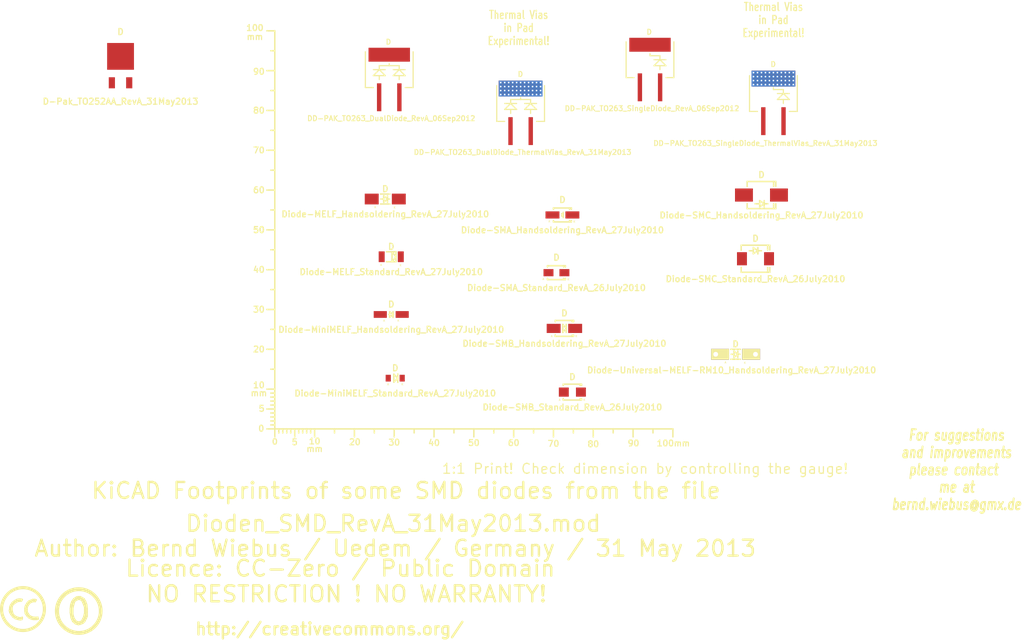
<source format=kicad_pcb>
(kicad_pcb (version 3) (host pcbnew "(2013-03-30 BZR 4007)-stable")

  (general
    (links 0)
    (no_connects 0)
    (area -16.90696 37.6204 272.10494 197.1694)
    (thickness 1.6002)
    (drawings 9)
    (tracks 0)
    (zones 0)
    (modules 19)
    (nets 1)
  )

  (page A4)
  (layers
    (15 Vorderseite signal)
    (0 Rückseite signal)
    (16 B.Adhes user)
    (17 F.Adhes user)
    (18 B.Paste user)
    (19 F.Paste user)
    (20 B.SilkS user)
    (21 F.SilkS user)
    (22 B.Mask user)
    (23 F.Mask user)
    (24 Dwgs.User user)
    (25 Cmts.User user)
    (26 Eco1.User user)
    (27 Eco2.User user)
    (28 Edge.Cuts user)
  )

  (setup
    (last_trace_width 0.2032)
    (trace_clearance 0.254)
    (zone_clearance 0.508)
    (zone_45_only no)
    (trace_min 0.2032)
    (segment_width 0.381)
    (edge_width 0.381)
    (via_size 0.889)
    (via_drill 0.635)
    (via_min_size 0.889)
    (via_min_drill 0.508)
    (uvia_size 0.508)
    (uvia_drill 0.127)
    (uvias_allowed no)
    (uvia_min_size 0.508)
    (uvia_min_drill 0.127)
    (pcb_text_width 0.3048)
    (pcb_text_size 1.524 2.032)
    (mod_edge_width 0.381)
    (mod_text_size 1.524 1.524)
    (mod_text_width 0.3048)
    (pad_size 1.55 2.78)
    (pad_drill 0)
    (pad_to_mask_clearance 0.254)
    (aux_axis_origin 0 0)
    (visible_elements 7FFFFFFF)
    (pcbplotparams
      (layerselection 12222465)
      (usegerberextensions true)
      (excludeedgelayer true)
      (linewidth 60)
      (plotframeref false)
      (viasonmask false)
      (mode 1)
      (useauxorigin false)
      (hpglpennumber 1)
      (hpglpenspeed 20)
      (hpglpendiameter 15)
      (hpglpenoverlay 0)
      (psnegative false)
      (psa4output false)
      (plotreference true)
      (plotvalue true)
      (plotothertext true)
      (plotinvisibletext false)
      (padsonsilk false)
      (subtractmaskfromsilk false)
      (outputformat 1)
      (mirror false)
      (drillshape 0)
      (scaleselection 1)
      (outputdirectory ""))
  )

  (net 0 "")

  (net_class Default "Dies ist die voreingestellte Netzklasse."
    (clearance 0.254)
    (trace_width 0.2032)
    (via_dia 0.889)
    (via_drill 0.635)
    (uvia_dia 0.508)
    (uvia_drill 0.127)
    (add_net "")
  )

  (module Gauge_100mm_Type2_SilkScreenTop_RevA_Date22Jun2010 (layer Vorderseite) (tedit 4D963937) (tstamp 4D88F07A)
    (at 84.25056 142.2494)
    (descr "Gauge, Massstab, 100mm, SilkScreenTop, Type 2,")
    (tags "Gauge, Massstab, 100mm, SilkScreenTop, Type 2,")
    (path Gauge_100mm_Type2_SilkScreenTop_RevA_Date22Jun2010)
    (fp_text reference MSC (at 4.0005 8.99922) (layer F.SilkS) hide
      (effects (font (size 1.524 1.524) (thickness 0.3048)))
    )
    (fp_text value Gauge_100mm_Type2_SilkScreenTop_RevA_Date22Jun2010 (at 45.9994 8.99922) (layer F.SilkS) hide
      (effects (font (size 1.524 1.524) (thickness 0.3048)))
    )
    (fp_text user mm (at 9.99998 5.00126) (layer F.SilkS)
      (effects (font (size 1.524 1.524) (thickness 0.3048)))
    )
    (fp_text user mm (at -4.0005 -8.99922) (layer F.SilkS)
      (effects (font (size 1.524 1.524) (thickness 0.3048)))
    )
    (fp_text user mm (at -5.00126 -98.5012) (layer F.SilkS)
      (effects (font (size 1.524 1.524) (thickness 0.3048)))
    )
    (fp_text user 10 (at 10.00506 3.0988) (layer F.SilkS)
      (effects (font (size 1.50114 1.50114) (thickness 0.29972)))
    )
    (fp_text user 0 (at 0.00508 3.19786) (layer F.SilkS)
      (effects (font (size 1.39954 1.50114) (thickness 0.29972)))
    )
    (fp_text user 5 (at 5.0038 3.29946) (layer F.SilkS)
      (effects (font (size 1.50114 1.50114) (thickness 0.29972)))
    )
    (fp_text user 20 (at 20.1041 3.29946) (layer F.SilkS)
      (effects (font (size 1.50114 1.50114) (thickness 0.29972)))
    )
    (fp_text user 30 (at 30.00502 3.39852) (layer F.SilkS)
      (effects (font (size 1.50114 1.50114) (thickness 0.29972)))
    )
    (fp_text user 40 (at 40.005 3.50012) (layer F.SilkS)
      (effects (font (size 1.50114 1.50114) (thickness 0.29972)))
    )
    (fp_text user 50 (at 50.00498 3.50012) (layer F.SilkS)
      (effects (font (size 1.50114 1.50114) (thickness 0.29972)))
    )
    (fp_text user 60 (at 60.00496 3.50012) (layer F.SilkS)
      (effects (font (size 1.50114 1.50114) (thickness 0.29972)))
    )
    (fp_text user 70 (at 70.00494 3.70078) (layer F.SilkS)
      (effects (font (size 1.50114 1.50114) (thickness 0.29972)))
    )
    (fp_text user 80 (at 80.00492 3.79984) (layer F.SilkS)
      (effects (font (size 1.50114 1.50114) (thickness 0.29972)))
    )
    (fp_text user 90 (at 90.1065 3.60172) (layer F.SilkS)
      (effects (font (size 1.50114 1.50114) (thickness 0.29972)))
    )
    (fp_text user 100mm (at 100.10648 3.60172) (layer F.SilkS)
      (effects (font (size 1.50114 1.50114) (thickness 0.29972)))
    )
    (fp_line (start 0 -8.99922) (end -1.00076 -8.99922) (layer F.SilkS) (width 0.381))
    (fp_line (start 0 -8.001) (end -1.00076 -8.001) (layer F.SilkS) (width 0.381))
    (fp_line (start 0 -7.00024) (end -1.00076 -7.00024) (layer F.SilkS) (width 0.381))
    (fp_line (start 0 -5.99948) (end -1.00076 -5.99948) (layer F.SilkS) (width 0.381))
    (fp_line (start 0 -4.0005) (end -1.00076 -4.0005) (layer F.SilkS) (width 0.381))
    (fp_line (start 0 -2.99974) (end -1.00076 -2.99974) (layer F.SilkS) (width 0.381))
    (fp_line (start 0 -1.99898) (end -1.00076 -1.99898) (layer F.SilkS) (width 0.381))
    (fp_line (start 0 -1.00076) (end -1.00076 -1.00076) (layer F.SilkS) (width 0.381))
    (fp_line (start 0 0) (end -1.99898 0) (layer F.SilkS) (width 0.381))
    (fp_line (start 0 -5.00126) (end -1.99898 -5.00126) (layer F.SilkS) (width 0.381))
    (fp_line (start 0 -9.99998) (end -1.99898 -9.99998) (layer F.SilkS) (width 0.381))
    (fp_line (start 0 -15.00124) (end -1.00076 -15.00124) (layer F.SilkS) (width 0.381))
    (fp_line (start 0 -19.99996) (end -1.99898 -19.99996) (layer F.SilkS) (width 0.381))
    (fp_line (start 0 -25.00122) (end -1.00076 -25.00122) (layer F.SilkS) (width 0.381))
    (fp_line (start 0 -29.99994) (end -1.99898 -29.99994) (layer F.SilkS) (width 0.381))
    (fp_line (start 0 -35.0012) (end -1.00076 -35.0012) (layer F.SilkS) (width 0.381))
    (fp_line (start 0 -39.99992) (end -1.99898 -39.99992) (layer F.SilkS) (width 0.381))
    (fp_line (start 0 -45.00118) (end -1.00076 -45.00118) (layer F.SilkS) (width 0.381))
    (fp_line (start 0 -49.9999) (end -1.99898 -49.9999) (layer F.SilkS) (width 0.381))
    (fp_line (start 0 -55.00116) (end -1.00076 -55.00116) (layer F.SilkS) (width 0.381))
    (fp_line (start 0 -59.99988) (end -1.99898 -59.99988) (layer F.SilkS) (width 0.381))
    (fp_line (start 0 -65.00114) (end -1.00076 -65.00114) (layer F.SilkS) (width 0.381))
    (fp_line (start 0 -69.99986) (end -1.99898 -69.99986) (layer F.SilkS) (width 0.381))
    (fp_line (start 0 -75.00112) (end -1.00076 -75.00112) (layer F.SilkS) (width 0.381))
    (fp_line (start 0 -79.99984) (end -1.99898 -79.99984) (layer F.SilkS) (width 0.381))
    (fp_line (start 0 -85.0011) (end -1.00076 -85.0011) (layer F.SilkS) (width 0.381))
    (fp_line (start 0 -89.99982) (end -1.99898 -89.99982) (layer F.SilkS) (width 0.381))
    (fp_line (start 0 -95.00108) (end -1.00076 -95.00108) (layer F.SilkS) (width 0.381))
    (fp_line (start 0 0) (end 0 -99.9998) (layer F.SilkS) (width 0.381))
    (fp_line (start 0 -99.9998) (end -1.99898 -99.9998) (layer F.SilkS) (width 0.381))
    (fp_text user 100 (at -4.99872 -100.7491) (layer F.SilkS)
      (effects (font (size 1.50114 1.50114) (thickness 0.29972)))
    )
    (fp_text user 90 (at -4.0005 -89.7509) (layer F.SilkS)
      (effects (font (size 1.50114 1.50114) (thickness 0.29972)))
    )
    (fp_text user 80 (at -4.0005 -79.99984) (layer F.SilkS)
      (effects (font (size 1.50114 1.50114) (thickness 0.29972)))
    )
    (fp_text user 70 (at -4.0005 -69.99986) (layer F.SilkS)
      (effects (font (size 1.50114 1.50114) (thickness 0.29972)))
    )
    (fp_text user 60 (at -4.0005 -59.99988) (layer F.SilkS)
      (effects (font (size 1.50114 1.50114) (thickness 0.29972)))
    )
    (fp_text user 50 (at -4.0005 -49.9999) (layer F.SilkS)
      (effects (font (size 1.50114 1.50114) (thickness 0.34036)))
    )
    (fp_text user 40 (at -4.0005 -39.99992) (layer F.SilkS)
      (effects (font (size 1.50114 1.50114) (thickness 0.29972)))
    )
    (fp_text user 30 (at -4.0005 -29.99994) (layer F.SilkS)
      (effects (font (size 1.50114 1.50114) (thickness 0.29972)))
    )
    (fp_text user 20 (at -4.0005 -19.99996) (layer F.SilkS)
      (effects (font (size 1.50114 1.50114) (thickness 0.29972)))
    )
    (fp_line (start 95.00108 0) (end 95.00108 1.00076) (layer F.SilkS) (width 0.381))
    (fp_line (start 89.99982 0) (end 89.99982 1.99898) (layer F.SilkS) (width 0.381))
    (fp_line (start 85.0011 0) (end 85.0011 1.00076) (layer F.SilkS) (width 0.381))
    (fp_line (start 79.99984 0) (end 79.99984 1.99898) (layer F.SilkS) (width 0.381))
    (fp_line (start 75.00112 0) (end 75.00112 1.00076) (layer F.SilkS) (width 0.381))
    (fp_line (start 69.99986 0) (end 69.99986 1.99898) (layer F.SilkS) (width 0.381))
    (fp_line (start 65.00114 0) (end 65.00114 1.00076) (layer F.SilkS) (width 0.381))
    (fp_line (start 59.99988 0) (end 59.99988 1.99898) (layer F.SilkS) (width 0.381))
    (fp_line (start 55.00116 0) (end 55.00116 1.00076) (layer F.SilkS) (width 0.381))
    (fp_line (start 49.9999 0) (end 49.9999 1.99898) (layer F.SilkS) (width 0.381))
    (fp_line (start 45.00118 0) (end 45.00118 1.00076) (layer F.SilkS) (width 0.381))
    (fp_line (start 39.99992 0) (end 39.99992 1.99898) (layer F.SilkS) (width 0.381))
    (fp_line (start 35.0012 0) (end 35.0012 1.00076) (layer F.SilkS) (width 0.381))
    (fp_line (start 29.99994 0) (end 29.99994 1.99898) (layer F.SilkS) (width 0.381))
    (fp_line (start 25.00122 0) (end 25.00122 1.00076) (layer F.SilkS) (width 0.381))
    (fp_line (start 19.99996 0) (end 19.99996 1.99898) (layer F.SilkS) (width 0.381))
    (fp_line (start 15.00124 0) (end 15.00124 1.00076) (layer F.SilkS) (width 0.381))
    (fp_line (start 9.99998 0) (end 99.9998 0) (layer F.SilkS) (width 0.381))
    (fp_line (start 99.9998 0) (end 99.9998 1.99898) (layer F.SilkS) (width 0.381))
    (fp_text user 5 (at -3.302 -5.10286) (layer F.SilkS)
      (effects (font (size 1.50114 1.50114) (thickness 0.29972)))
    )
    (fp_text user 0 (at -3.4036 -0.10414) (layer F.SilkS)
      (effects (font (size 1.50114 1.50114) (thickness 0.29972)))
    )
    (fp_text user 10 (at -4.0005 -11.00074) (layer F.SilkS)
      (effects (font (size 1.50114 1.50114) (thickness 0.29972)))
    )
    (fp_line (start 8.99922 0) (end 8.99922 1.00076) (layer F.SilkS) (width 0.381))
    (fp_line (start 8.001 0) (end 8.001 1.00076) (layer F.SilkS) (width 0.381))
    (fp_line (start 7.00024 0) (end 7.00024 1.00076) (layer F.SilkS) (width 0.381))
    (fp_line (start 5.99948 0) (end 5.99948 1.00076) (layer F.SilkS) (width 0.381))
    (fp_line (start 4.0005 0) (end 4.0005 1.00076) (layer F.SilkS) (width 0.381))
    (fp_line (start 2.99974 0) (end 2.99974 1.00076) (layer F.SilkS) (width 0.381))
    (fp_line (start 1.99898 0) (end 1.99898 1.00076) (layer F.SilkS) (width 0.381))
    (fp_line (start 1.00076 0) (end 1.00076 1.00076) (layer F.SilkS) (width 0.381))
    (fp_line (start 5.00126 0) (end 5.00126 1.99898) (layer F.SilkS) (width 0.381))
    (fp_line (start 0 0) (end 0 1.99898) (layer F.SilkS) (width 0.381))
    (fp_line (start 0 0) (end 9.99998 0) (layer F.SilkS) (width 0.381))
    (fp_line (start 9.99998 0) (end 9.99998 1.99898) (layer F.SilkS) (width 0.381))
  )

  (module Symbol_CC-PublicDomain_SilkScreenTop_Big (layer Vorderseite) (tedit 515D641F) (tstamp 515F0B64)
    (at 35 188)
    (descr "Symbol, CC-PublicDomain, SilkScreen Top, Big,")
    (tags "Symbol, CC-PublicDomain, SilkScreen Top, Big,")
    (path Symbol_CC-Noncommercial_CopperTop_Big)
    (fp_text reference Sym (at 0.59944 -7.29996) (layer F.SilkS) hide
      (effects (font (size 1.524 1.524) (thickness 0.3048)))
    )
    (fp_text value Symbol_CC-PublicDomain_SilkScreenTop_Big (at 0.59944 8.001) (layer F.SilkS) hide
      (effects (font (size 1.524 1.524) (thickness 0.3048)))
    )
    (fp_circle (center 0 0) (end 5.8 -0.05) (layer F.SilkS) (width 0.381))
    (fp_circle (center 0 0) (end 5.5 0) (layer F.SilkS) (width 0.381))
    (fp_circle (center 0.05 0) (end 5.25 0) (layer F.SilkS) (width 0.381))
    (fp_line (start 1.1 -2.5) (end 1.4 -1.9) (layer F.SilkS) (width 0.381))
    (fp_line (start -1.8 1.2) (end -1.6 1.9) (layer F.SilkS) (width 0.381))
    (fp_line (start -1.6 1.9) (end -1.2 2.5) (layer F.SilkS) (width 0.381))
    (fp_line (start 0 -3) (end 0.75 -2.75) (layer F.SilkS) (width 0.381))
    (fp_line (start 0.75 -2.75) (end 1 -2.25) (layer F.SilkS) (width 0.381))
    (fp_line (start 1 -2.25) (end 1.5 -1) (layer F.SilkS) (width 0.381))
    (fp_line (start 1.5 -1) (end 1.5 -0.5) (layer F.SilkS) (width 0.381))
    (fp_line (start 1.5 -0.5) (end 1.5 0.5) (layer F.SilkS) (width 0.381))
    (fp_line (start 1.5 0.5) (end 1.25 1.5) (layer F.SilkS) (width 0.381))
    (fp_line (start 1.25 1.5) (end 0.75 2.5) (layer F.SilkS) (width 0.381))
    (fp_line (start 0.75 2.5) (end 0.25 2.75) (layer F.SilkS) (width 0.381))
    (fp_line (start 0.25 2.75) (end -0.25 2.75) (layer F.SilkS) (width 0.381))
    (fp_line (start -0.25 2.75) (end -0.75 2.5) (layer F.SilkS) (width 0.381))
    (fp_line (start -0.75 2.5) (end -1.25 1.75) (layer F.SilkS) (width 0.381))
    (fp_line (start -1.25 1.75) (end -1.5 0.75) (layer F.SilkS) (width 0.381))
    (fp_line (start -1.5 0.75) (end -1.5 -0.75) (layer F.SilkS) (width 0.381))
    (fp_line (start -1.5 -0.75) (end -1.25 -1.75) (layer F.SilkS) (width 0.381))
    (fp_line (start -1.25 -1.75) (end -1 -2.5) (layer F.SilkS) (width 0.381))
    (fp_line (start -1 -2.5) (end -0.3 -2.9) (layer F.SilkS) (width 0.381))
    (fp_line (start -0.3 -2.9) (end 0.2 -3) (layer F.SilkS) (width 0.381))
    (fp_line (start 0.2 -3) (end 0.8 -3) (layer F.SilkS) (width 0.381))
    (fp_line (start 0.8 -3) (end 1.4 -2.3) (layer F.SilkS) (width 0.381))
    (fp_line (start 1.4 -2.3) (end 1.6 -1.4) (layer F.SilkS) (width 0.381))
    (fp_line (start 1.6 -1.4) (end 1.7 -0.3) (layer F.SilkS) (width 0.381))
    (fp_line (start 1.7 -0.3) (end 1.7 0.9) (layer F.SilkS) (width 0.381))
    (fp_line (start 1.7 0.9) (end 1.4 1.8) (layer F.SilkS) (width 0.381))
    (fp_line (start 1.4 1.8) (end 1 2.7) (layer F.SilkS) (width 0.381))
    (fp_line (start 1 2.7) (end 0.5 3) (layer F.SilkS) (width 0.381))
    (fp_line (start 0.5 3) (end -0.4 3) (layer F.SilkS) (width 0.381))
    (fp_line (start -0.4 3) (end -1.3 2.3) (layer F.SilkS) (width 0.381))
    (fp_line (start -1.3 2.3) (end -1.7 1) (layer F.SilkS) (width 0.381))
    (fp_line (start -1.7 1) (end -1.8 -0.7) (layer F.SilkS) (width 0.381))
    (fp_line (start -1.8 -0.7) (end -1.4 -2.2) (layer F.SilkS) (width 0.381))
    (fp_line (start -1.4 -2.2) (end -1 -2.9) (layer F.SilkS) (width 0.381))
    (fp_line (start -1 -2.9) (end -0.2 -3.3) (layer F.SilkS) (width 0.381))
    (fp_line (start -0.2 -3.3) (end 0.7 -3.2) (layer F.SilkS) (width 0.381))
    (fp_line (start 0.7 -3.2) (end 1.3 -3.1) (layer F.SilkS) (width 0.381))
    (fp_line (start 1.3 -3.1) (end 1.7 -2.4) (layer F.SilkS) (width 0.381))
    (fp_line (start 1.7 -2.4) (end 2 -1.6) (layer F.SilkS) (width 0.381))
    (fp_line (start 2 -1.6) (end 2.1 -0.6) (layer F.SilkS) (width 0.381))
    (fp_line (start 2.1 -0.6) (end 2.1 0.3) (layer F.SilkS) (width 0.381))
    (fp_line (start 2.1 0.3) (end 2.1 1.3) (layer F.SilkS) (width 0.381))
    (fp_line (start 2.1 1.3) (end 1.9 1.8) (layer F.SilkS) (width 0.381))
    (fp_line (start 1.9 1.8) (end 1.5 2.6) (layer F.SilkS) (width 0.381))
    (fp_line (start 1.5 2.6) (end 1.1 3) (layer F.SilkS) (width 0.381))
    (fp_line (start 1.1 3) (end 0.4 3.3) (layer F.SilkS) (width 0.381))
    (fp_line (start 0.4 3.3) (end -0.1 3.4) (layer F.SilkS) (width 0.381))
    (fp_line (start -0.1 3.4) (end -0.8 3.2) (layer F.SilkS) (width 0.381))
    (fp_line (start -0.8 3.2) (end -1.5 2.6) (layer F.SilkS) (width 0.381))
    (fp_line (start -1.5 2.6) (end -1.9 1.7) (layer F.SilkS) (width 0.381))
    (fp_line (start -1.9 1.7) (end -2.1 0.4) (layer F.SilkS) (width 0.381))
    (fp_line (start -2.1 0.4) (end -2.1 -0.6) (layer F.SilkS) (width 0.381))
    (fp_line (start -2.1 -0.6) (end -2 -1.6) (layer F.SilkS) (width 0.381))
    (fp_line (start -2 -1.6) (end -1.7 -2.4) (layer F.SilkS) (width 0.381))
    (fp_line (start -1.7 -2.4) (end -1.2 -3.1) (layer F.SilkS) (width 0.381))
    (fp_line (start -1.2 -3.1) (end -0.4 -3.6) (layer F.SilkS) (width 0.381))
    (fp_line (start -0.4 -3.6) (end 0.4 -3.6) (layer F.SilkS) (width 0.381))
    (fp_line (start 0.4 -3.6) (end 1.1 -3.2) (layer F.SilkS) (width 0.381))
    (fp_line (start 1.1 -3.2) (end 1.1 -2.9) (layer F.SilkS) (width 0.381))
    (fp_line (start 1.1 -2.9) (end 1.8 -1.5) (layer F.SilkS) (width 0.381))
    (fp_line (start 1.8 -1.5) (end 1.8 -0.4) (layer F.SilkS) (width 0.381))
    (fp_line (start 1.8 -0.4) (end 1.8 1.1) (layer F.SilkS) (width 0.381))
    (fp_line (start 1.8 1.1) (end 1.2 2.6) (layer F.SilkS) (width 0.381))
    (fp_line (start 1.2 2.6) (end 0.2 3.2) (layer F.SilkS) (width 0.381))
    (fp_line (start 0.2 3.2) (end -0.5 3.2) (layer F.SilkS) (width 0.381))
    (fp_line (start -0.5 3.2) (end -1.1 2.7) (layer F.SilkS) (width 0.381))
    (fp_line (start -1.1 2.7) (end -1.9 0.6) (layer F.SilkS) (width 0.381))
    (fp_line (start -1.9 0.6) (end -1.7 -1.9) (layer F.SilkS) (width 0.381))
  )

  (module Symbol_CreativeCommons_SilkScreenTop_Type2_Big (layer Vorderseite) (tedit 515D640C) (tstamp 515F46B2)
    (at 21 187.5)
    (descr "Symbol, Creative Commons, SilkScreen Top, Type 2, Big,")
    (tags "Symbol, Creative Commons, SilkScreen Top, Type 2, Big,")
    (path Symbol_CreativeCommons_CopperTop_Type2_Big)
    (fp_text reference Sym (at 0.59944 -7.29996) (layer F.SilkS) hide
      (effects (font (size 1.524 1.524) (thickness 0.3048)))
    )
    (fp_text value Symbol_CreativeCommons_Typ2_SilkScreenTop_Big (at 0.59944 8.001) (layer F.SilkS) hide
      (effects (font (size 1.524 1.524) (thickness 0.3048)))
    )
    (fp_line (start -0.70104 2.70002) (end -0.29972 2.60096) (layer F.SilkS) (width 0.381))
    (fp_line (start -0.29972 2.60096) (end -0.20066 2.10058) (layer F.SilkS) (width 0.381))
    (fp_line (start -2.49936 -1.69926) (end -2.70002 -1.6002) (layer F.SilkS) (width 0.381))
    (fp_line (start -2.70002 -1.6002) (end -3.0988 -1.00076) (layer F.SilkS) (width 0.381))
    (fp_line (start -3.0988 -1.00076) (end -3.29946 -0.50038) (layer F.SilkS) (width 0.381))
    (fp_line (start -3.29946 -0.50038) (end -3.40106 0.39878) (layer F.SilkS) (width 0.381))
    (fp_line (start -3.40106 0.39878) (end -3.29946 0.89916) (layer F.SilkS) (width 0.381))
    (fp_line (start -0.19812 2.4003) (end -0.29718 2.59842) (layer F.SilkS) (width 0.381))
    (fp_line (start 3.70078 2.10058) (end 3.79984 2.4003) (layer F.SilkS) (width 0.381))
    (fp_line (start 2.99974 -2.4003) (end 3.29946 -2.30124) (layer F.SilkS) (width 0.381))
    (fp_line (start 3.29946 -2.30124) (end 3.0988 -1.99898) (layer F.SilkS) (width 0.381))
    (fp_line (start 0 -5.40004) (end -0.50038 -5.40004) (layer F.SilkS) (width 0.381))
    (fp_line (start -0.50038 -5.40004) (end -1.30048 -5.10032) (layer F.SilkS) (width 0.381))
    (fp_line (start -1.30048 -5.10032) (end -1.99898 -4.89966) (layer F.SilkS) (width 0.381))
    (fp_line (start -1.99898 -4.89966) (end -2.70002 -4.699) (layer F.SilkS) (width 0.381))
    (fp_line (start -2.70002 -4.699) (end -3.29946 -4.20116) (layer F.SilkS) (width 0.381))
    (fp_line (start -3.29946 -4.20116) (end -4.0005 -3.59918) (layer F.SilkS) (width 0.381))
    (fp_line (start -4.0005 -3.59918) (end -4.50088 -2.99974) (layer F.SilkS) (width 0.381))
    (fp_line (start -4.50088 -2.99974) (end -5.00126 -2.10058) (layer F.SilkS) (width 0.381))
    (fp_line (start -5.00126 -2.10058) (end -5.30098 -1.09982) (layer F.SilkS) (width 0.381))
    (fp_line (start -5.30098 -1.09982) (end -5.40004 0.09906) (layer F.SilkS) (width 0.381))
    (fp_line (start -5.40004 0.09906) (end -5.19938 1.30048) (layer F.SilkS) (width 0.381))
    (fp_line (start -5.19938 1.30048) (end -4.8006 2.4003) (layer F.SilkS) (width 0.381))
    (fp_line (start -4.8006 2.4003) (end -3.79984 3.8989) (layer F.SilkS) (width 0.381))
    (fp_line (start -3.79984 3.8989) (end -2.60096 4.8006) (layer F.SilkS) (width 0.381))
    (fp_line (start -2.60096 4.8006) (end -1.30048 5.30098) (layer F.SilkS) (width 0.381))
    (fp_line (start -1.30048 5.30098) (end 0.09906 5.30098) (layer F.SilkS) (width 0.381))
    (fp_line (start 0.09906 5.30098) (end 1.6002 5.19938) (layer F.SilkS) (width 0.381))
    (fp_line (start 1.6002 5.19938) (end 2.60096 4.699) (layer F.SilkS) (width 0.381))
    (fp_line (start 2.60096 4.699) (end 4.20116 3.40106) (layer F.SilkS) (width 0.381))
    (fp_line (start 4.20116 3.40106) (end 5.00126 1.80086) (layer F.SilkS) (width 0.381))
    (fp_line (start 5.00126 1.80086) (end 5.40004 0.29972) (layer F.SilkS) (width 0.381))
    (fp_line (start 5.40004 0.29972) (end 5.19938 -1.39954) (layer F.SilkS) (width 0.381))
    (fp_line (start 5.19938 -1.39954) (end 4.699 -2.49936) (layer F.SilkS) (width 0.381))
    (fp_line (start 4.699 -2.49936) (end 3.40106 -4.09956) (layer F.SilkS) (width 0.381))
    (fp_line (start 3.40106 -4.09956) (end 2.4003 -4.8006) (layer F.SilkS) (width 0.381))
    (fp_line (start 2.4003 -4.8006) (end 1.39954 -5.19938) (layer F.SilkS) (width 0.381))
    (fp_line (start 1.39954 -5.19938) (end 0 -5.30098) (layer F.SilkS) (width 0.381))
    (fp_line (start 0.60198 -0.70104) (end 0.50292 -0.20066) (layer F.SilkS) (width 0.381))
    (fp_line (start 0.50292 -0.20066) (end 0.50292 0.49784) (layer F.SilkS) (width 0.381))
    (fp_line (start 0.50292 0.49784) (end 0.60198 1.09982) (layer F.SilkS) (width 0.381))
    (fp_line (start 0.60198 1.09982) (end 1.00076 1.69926) (layer F.SilkS) (width 0.381))
    (fp_line (start 1.00076 1.69926) (end 1.50114 2.19964) (layer F.SilkS) (width 0.381))
    (fp_line (start 1.50114 2.19964) (end 2.10058 2.49936) (layer F.SilkS) (width 0.381))
    (fp_line (start 2.10058 2.49936) (end 2.60096 2.59842) (layer F.SilkS) (width 0.381))
    (fp_line (start 2.60096 2.59842) (end 3.00228 2.59842) (layer F.SilkS) (width 0.381))
    (fp_line (start 3.00228 2.59842) (end 3.40106 2.59842) (layer F.SilkS) (width 0.381))
    (fp_line (start 3.40106 2.59842) (end 3.80238 2.49936) (layer F.SilkS) (width 0.381))
    (fp_line (start 3.80238 2.49936) (end 3.70078 2.2987) (layer F.SilkS) (width 0.381))
    (fp_line (start 3.70078 2.2987) (end 2.80162 2.4003) (layer F.SilkS) (width 0.381))
    (fp_line (start 2.80162 2.4003) (end 1.80086 2.09804) (layer F.SilkS) (width 0.381))
    (fp_line (start 1.80086 2.09804) (end 1.20142 1.6002) (layer F.SilkS) (width 0.381))
    (fp_line (start 1.20142 1.6002) (end 0.80264 0.6985) (layer F.SilkS) (width 0.381))
    (fp_line (start 0.80264 0.6985) (end 0.70104 -0.29972) (layer F.SilkS) (width 0.381))
    (fp_line (start 0.70104 -0.29972) (end 1.00076 -1.00076) (layer F.SilkS) (width 0.381))
    (fp_line (start 1.00076 -1.00076) (end 1.60274 -1.7018) (layer F.SilkS) (width 0.381))
    (fp_line (start 1.60274 -1.7018) (end 2.30124 -2.10058) (layer F.SilkS) (width 0.381))
    (fp_line (start 2.30124 -2.10058) (end 3.00228 -2.10058) (layer F.SilkS) (width 0.381))
    (fp_line (start 3.00228 -2.10058) (end 3.10134 -1.89992) (layer F.SilkS) (width 0.381))
    (fp_line (start 3.10134 -1.89992) (end 2.5019 -1.89992) (layer F.SilkS) (width 0.381))
    (fp_line (start 2.5019 -1.89992) (end 1.80086 -1.6002) (layer F.SilkS) (width 0.381))
    (fp_line (start 1.80086 -1.6002) (end 1.30048 -1.00076) (layer F.SilkS) (width 0.381))
    (fp_line (start 1.30048 -1.00076) (end 1.00076 -0.40132) (layer F.SilkS) (width 0.381))
    (fp_line (start 1.00076 -0.40132) (end 1.00076 0.09906) (layer F.SilkS) (width 0.381))
    (fp_line (start 1.00076 0.09906) (end 1.00076 0.6985) (layer F.SilkS) (width 0.381))
    (fp_line (start 1.00076 0.6985) (end 1.30048 1.19888) (layer F.SilkS) (width 0.381))
    (fp_line (start 1.30048 1.19888) (end 1.7018 1.69926) (layer F.SilkS) (width 0.381))
    (fp_line (start 1.7018 1.69926) (end 2.30124 1.99898) (layer F.SilkS) (width 0.381))
    (fp_line (start 2.30124 1.99898) (end 2.90068 2.09804) (layer F.SilkS) (width 0.381))
    (fp_line (start 2.90068 2.09804) (end 3.40106 2.09804) (layer F.SilkS) (width 0.381))
    (fp_line (start 3.40106 2.09804) (end 3.70078 1.99898) (layer F.SilkS) (width 0.381))
    (fp_line (start 3.00228 -2.4003) (end 2.40284 -2.4003) (layer F.SilkS) (width 0.381))
    (fp_line (start 2.40284 -2.4003) (end 2.00152 -2.20218) (layer F.SilkS) (width 0.381))
    (fp_line (start 2.00152 -2.20218) (end 1.50114 -2.00152) (layer F.SilkS) (width 0.381))
    (fp_line (start 1.50114 -2.00152) (end 1.10236 -1.6002) (layer F.SilkS) (width 0.381))
    (fp_line (start 1.10236 -1.6002) (end 0.80264 -1.09982) (layer F.SilkS) (width 0.381))
    (fp_line (start 0.80264 -1.09982) (end 0.60198 -0.70104) (layer F.SilkS) (width 0.381))
    (fp_line (start -0.39878 -1.99898) (end -0.89916 -1.99898) (layer F.SilkS) (width 0.381))
    (fp_line (start -0.89916 -1.99898) (end -1.39954 -1.89738) (layer F.SilkS) (width 0.381))
    (fp_line (start -1.39954 -1.89738) (end -1.89992 -1.59766) (layer F.SilkS) (width 0.381))
    (fp_line (start -1.89992 -1.59766) (end -2.4003 -1.19888) (layer F.SilkS) (width 0.381))
    (fp_line (start -2.4003 -1.30048) (end -2.70002 -0.8001) (layer F.SilkS) (width 0.381))
    (fp_line (start -2.70002 -0.8001) (end -2.79908 -0.29972) (layer F.SilkS) (width 0.381))
    (fp_line (start -2.79908 -0.29972) (end -2.79908 0.20066) (layer F.SilkS) (width 0.381))
    (fp_line (start -2.79908 0.20066) (end -2.59842 1.00076) (layer F.SilkS) (width 0.381))
    (fp_line (start -2.69748 1.00076) (end -2.39776 1.39954) (layer F.SilkS) (width 0.381))
    (fp_line (start -2.29616 1.4986) (end -1.79578 1.89992) (layer F.SilkS) (width 0.381))
    (fp_line (start -1.79578 1.89992) (end -1.29794 2.09804) (layer F.SilkS) (width 0.381))
    (fp_line (start -1.29794 2.09804) (end -0.89662 2.19964) (layer F.SilkS) (width 0.381))
    (fp_line (start -0.89662 2.19964) (end -0.49784 2.19964) (layer F.SilkS) (width 0.381))
    (fp_line (start -0.49784 2.19964) (end -0.19812 2.09804) (layer F.SilkS) (width 0.381))
    (fp_line (start -0.19812 2.09804) (end -0.29718 2.4003) (layer F.SilkS) (width 0.381))
    (fp_line (start -0.29718 2.4003) (end -0.89662 2.49936) (layer F.SilkS) (width 0.381))
    (fp_line (start -0.89662 2.49936) (end -1.59766 2.2987) (layer F.SilkS) (width 0.381))
    (fp_line (start -1.59766 2.2987) (end -2.29616 1.79832) (layer F.SilkS) (width 0.381))
    (fp_line (start -2.29616 1.79832) (end -2.79654 1.29794) (layer F.SilkS) (width 0.381))
    (fp_line (start -2.79908 1.39954) (end -2.99974 0.70104) (layer F.SilkS) (width 0.381))
    (fp_line (start -2.99974 0.70104) (end -3.0988 0) (layer F.SilkS) (width 0.381))
    (fp_line (start -3.0988 0) (end -2.99974 -0.59944) (layer F.SilkS) (width 0.381))
    (fp_line (start -2.99974 -0.8001) (end -2.70002 -1.30048) (layer F.SilkS) (width 0.381))
    (fp_line (start -2.70002 -1.09982) (end -2.19964 -1.6002) (layer F.SilkS) (width 0.381))
    (fp_line (start -2.19964 -1.69926) (end -1.69926 -1.99898) (layer F.SilkS) (width 0.381))
    (fp_line (start -1.69926 -1.99898) (end -1.19888 -2.19964) (layer F.SilkS) (width 0.381))
    (fp_line (start -1.19888 -2.19964) (end -0.6985 -2.19964) (layer F.SilkS) (width 0.381))
    (fp_line (start -0.6985 -2.19964) (end -0.29972 -2.19964) (layer F.SilkS) (width 0.381))
    (fp_line (start -0.29972 -2.19964) (end -0.20066 -2.39776) (layer F.SilkS) (width 0.381))
    (fp_line (start -0.20066 -2.39776) (end -0.59944 -2.49936) (layer F.SilkS) (width 0.381))
    (fp_line (start -0.59944 -2.49936) (end -1.00076 -2.49936) (layer F.SilkS) (width 0.381))
    (fp_line (start -1.00076 -2.49936) (end -1.4986 -2.39776) (layer F.SilkS) (width 0.381))
    (fp_line (start -1.4986 -2.39776) (end -2.10058 -2.09804) (layer F.SilkS) (width 0.381))
    (fp_line (start -2.10058 -2.09804) (end -2.59842 -1.69926) (layer F.SilkS) (width 0.381))
    (fp_line (start -2.59842 -1.6002) (end -3.0988 -0.89916) (layer F.SilkS) (width 0.381))
    (fp_line (start -3.0988 -0.89916) (end -3.29946 -0.29972) (layer F.SilkS) (width 0.381))
    (fp_line (start -3.29946 -0.29972) (end -3.29946 0.40132) (layer F.SilkS) (width 0.381))
    (fp_line (start -3.29946 0.40132) (end -3.2004 1.00076) (layer F.SilkS) (width 0.381))
    (fp_line (start -3.29946 0.8001) (end -2.99974 1.39954) (layer F.SilkS) (width 0.381))
    (fp_line (start -2.89814 1.4986) (end -2.49682 1.99898) (layer F.SilkS) (width 0.381))
    (fp_line (start -2.49682 1.99898) (end -1.89738 2.4003) (layer F.SilkS) (width 0.381))
    (fp_line (start -1.89738 2.4003) (end -1.19634 2.59842) (layer F.SilkS) (width 0.381))
    (fp_line (start -1.19634 2.59842) (end -0.69596 2.70002) (layer F.SilkS) (width 0.381))
    (fp_line (start -2.9972 1.19888) (end -2.59842 1.19888) (layer F.SilkS) (width 0.381))
    (fp_circle (center 0 0) (end 5.08 1.016) (layer F.SilkS) (width 0.381))
    (fp_circle (center 0 0) (end 5.588 0) (layer F.SilkS) (width 0.381))
  )

  (module DD-PAK_TO263_DualDiode_RevA_06Sep2012 (layer Vorderseite) (tedit 51A99B77) (tstamp 51A8EC31)
    (at 113 54.5)
    (descr "DD-PAK, TO263, Dual Diode,")
    (tags "DD-PAK, TO263, Dual Diode,")
    (path DD-PAK_TO263_Single_RevA_06Sep2012)
    (attr smd)
    (fp_text reference D (at -0.20066 -9.4488) (layer F.SilkS)
      (effects (font (size 1.27 1.27) (thickness 0.254)))
    )
    (fp_text value DD-PAK_TO263_DualDiode_RevA_06Sep2012 (at 0.50038 9.75106) (layer F.SilkS)
      (effects (font (size 1.27 1.27) (thickness 0.254)))
    )
    (fp_line (start -2.49936 -3.50012) (end 0 -3.50012) (layer F.SilkS) (width 0.3048))
    (fp_line (start -4.0005 -1.00076) (end -1.00076 -1.00076) (layer F.SilkS) (width 0.3048))
    (fp_line (start -2.5019 -2.49936) (end -4.0005 -1.00076) (layer F.SilkS) (width 0.3048))
    (fp_line (start -1.00076 -1.00076) (end -2.5019 -2.49936) (layer F.SilkS) (width 0.3048))
    (fp_line (start -4.0005 -2.49936) (end -1.00076 -2.49936) (layer F.SilkS) (width 0.3048))
    (fp_line (start -2.5019 -2.49936) (end -2.5019 -3.50012) (layer F.SilkS) (width 0.3048))
    (fp_line (start -2.5019 -1.00076) (end -2.5019 0) (layer F.SilkS) (width 0.3048))
    (fp_line (start 2.49936 -1.00076) (end 2.49936 0) (layer F.SilkS) (width 0.3048))
    (fp_line (start 2.49936 -2.49936) (end 2.49936 -3.50012) (layer F.SilkS) (width 0.3048))
    (fp_line (start 2.49936 -3.50012) (end 0 -3.50012) (layer F.SilkS) (width 0.3048))
    (fp_line (start 0 -3.50012) (end 0 -4.0005) (layer F.SilkS) (width 0.3048))
    (fp_line (start 1.00076 -2.49936) (end 4.0005 -2.49936) (layer F.SilkS) (width 0.3048))
    (fp_line (start 4.0005 -1.00076) (end 2.49936 -2.49936) (layer F.SilkS) (width 0.3048))
    (fp_line (start 2.49936 -2.49936) (end 1.00076 -1.00076) (layer F.SilkS) (width 0.3048))
    (fp_line (start 1.00076 -1.00076) (end 4.0005 -1.00076) (layer F.SilkS) (width 0.3048))
    (fp_line (start 4.0005 1.99898) (end 5.99948 1.99898) (layer F.SilkS) (width 0.3048))
    (fp_line (start 5.99948 1.99898) (end 5.99948 -7.00024) (layer F.SilkS) (width 0.3048))
    (fp_line (start -5.99948 -7.00024) (end -5.99948 1.99898) (layer F.SilkS) (width 0.3048))
    (fp_line (start -5.99948 1.99898) (end -4.0005 1.99898) (layer F.SilkS) (width 0.3048))
    (pad 2 smd rect (at 0 -6.25094) (size 10.40892 3.50012)
      (layers Vorderseite F.Paste F.Mask)
    )
    (pad 1 smd rect (at -2.54 4.43992) (size 1.09982 7.0104)
      (layers Vorderseite F.Paste F.Mask)
    )
    (pad 3 smd rect (at 2.54 4.43992) (size 1.09982 7.0104)
      (layers Vorderseite F.Paste F.Mask)
    )
    (pad ~ smd oval (at 0 -1.99898) (size 5.00126 1.99898)
      (layers F.Adhes)
    )
    (model DD-PAK_TO263AB_Faktor03937_RevA_06Sep2012.wrl
      (at (xyz 0 0.075 0))
      (scale (xyz 0.3937 0.3937 0.3937))
      (rotate (xyz 0 0 0))
    )
  )

  (module DD-PAK_TO263_SingleDiode_RevA_06Sep2012 (layer Vorderseite) (tedit 51A99B8C) (tstamp 51A8F1E9)
    (at 178.5 52)
    (descr "DD-PAK, TO263, Single Diode,")
    (tags "DD-PAK, TO263, Single Diode,")
    (path DD-PAK_TO263_Single_RevA_06Sep2012)
    (attr smd)
    (fp_text reference D (at -0.20066 -9.4488) (layer F.SilkS)
      (effects (font (size 1.27 1.27) (thickness 0.254)))
    )
    (fp_text value DD-PAK_TO263_SingleDiode_RevA_06Sep2012 (at 0.50038 9.75106) (layer F.SilkS)
      (effects (font (size 1.27 1.27) (thickness 0.254)))
    )
    (fp_line (start 2.49936 -1.00076) (end 2.49936 0) (layer F.SilkS) (width 0.3048))
    (fp_line (start 2.49936 -2.49936) (end 2.49936 -3.50012) (layer F.SilkS) (width 0.3048))
    (fp_line (start 2.49936 -3.50012) (end 0 -3.50012) (layer F.SilkS) (width 0.3048))
    (fp_line (start 0 -3.50012) (end 0 -4.0005) (layer F.SilkS) (width 0.3048))
    (fp_line (start 1.00076 -2.49936) (end 4.0005 -2.49936) (layer F.SilkS) (width 0.3048))
    (fp_line (start 4.0005 -1.00076) (end 2.49936 -2.49936) (layer F.SilkS) (width 0.3048))
    (fp_line (start 2.49936 -2.49936) (end 1.00076 -1.00076) (layer F.SilkS) (width 0.3048))
    (fp_line (start 1.00076 -1.00076) (end 4.0005 -1.00076) (layer F.SilkS) (width 0.3048))
    (fp_line (start 4.0005 1.99898) (end 5.99948 1.99898) (layer F.SilkS) (width 0.3048))
    (fp_line (start 5.99948 1.99898) (end 5.99948 -7.00024) (layer F.SilkS) (width 0.3048))
    (fp_line (start -5.99948 -7.00024) (end -5.99948 1.99898) (layer F.SilkS) (width 0.3048))
    (fp_line (start -5.99948 1.99898) (end -4.0005 1.99898) (layer F.SilkS) (width 0.3048))
    (pad 2 smd rect (at 0 -6.25094) (size 10.40892 3.50012)
      (layers Vorderseite F.Paste F.Mask)
    )
    (pad 1 smd rect (at -2.54 4.43992) (size 1.09982 7.0104)
      (layers Vorderseite F.Paste F.Mask)
    )
    (pad 3 smd rect (at 2.54 4.43992) (size 1.09982 7.0104)
      (layers Vorderseite F.Paste F.Mask)
    )
    (pad ~ smd oval (at 0 -1.50114) (size 5.00126 1.99898)
      (layers F.Adhes)
    )
    (model DD-PAK_TO263AB_Faktor03937_RevA_06Sep2012.wrl
      (at (xyz 0 0.075 0))
      (scale (xyz 0.3937 0.3937 0.3937))
      (rotate (xyz 0 0 0))
    )
  )

  (module DD-PAK_TO263_DualDiode_ThermalVias_RevA_31May2013 (layer Vorderseite) (tedit 51A99B80) (tstamp 51A9B8A9)
    (at 146 63)
    (descr "DD-PAK, TO263, Dual Diode, Thermal Vias,")
    (tags "DD-PAK, TO263, Dual Diode, Thermal Vias,")
    (path DD-PAK_TO263_Single_RevA_06Sep2012)
    (attr smd)
    (fp_text reference D (at -0.05 -9.85) (layer F.SilkS)
      (effects (font (size 1.27 1.27) (thickness 0.254)))
    )
    (fp_text value DD-PAK_TO263_DualDiode_ThermalVias_RevA_31May2013 (at 0.50038 9.75106) (layer F.SilkS)
      (effects (font (size 1.27 1.27) (thickness 0.254)))
    )
    (fp_line (start -5.5 -8.25) (end 5.5 -8.25) (layer F.Mask) (width 0.45))
    (fp_line (start 5.5 -8.25) (end 5.5 -4.25) (layer F.Mask) (width 0.45))
    (fp_line (start 5.5 -4.25) (end -5.5 -4.25) (layer F.Mask) (width 0.45))
    (fp_line (start -5.5 -4.25) (end -5.5 -8.25) (layer F.Mask) (width 0.45))
    (fp_circle (center 4 -4.75) (end 4.1 -4.75) (layer F.Mask) (width 0.215))
    (fp_circle (center 3 -4.75) (end 3.1 -4.75) (layer F.Mask) (width 0.215))
    (fp_circle (center 5 -4.75) (end 5.1 -4.75) (layer F.Mask) (width 0.215))
    (fp_circle (center -2 -4.75) (end -1.9 -4.75) (layer F.Mask) (width 0.215))
    (fp_circle (center -3 -4.75) (end -2.9 -4.75) (layer F.Mask) (width 0.215))
    (fp_circle (center -5 -4.75) (end -4.9 -4.75) (layer F.Mask) (width 0.215))
    (fp_circle (center -4 -4.75) (end -3.9 -4.75) (layer F.Mask) (width 0.215))
    (fp_circle (center 0 -4.75) (end 0.1 -4.75) (layer F.Mask) (width 0.215))
    (fp_circle (center -1 -4.75) (end -0.9 -4.75) (layer F.Mask) (width 0.215))
    (fp_circle (center 1 -4.75) (end 1.1 -4.75) (layer F.Mask) (width 0.215))
    (fp_circle (center 2 -7.75) (end 2.1 -7.75) (layer F.Mask) (width 0.215))
    (fp_circle (center 1 -7.75) (end 1.1 -7.75) (layer F.Mask) (width 0.215))
    (fp_circle (center 3 -7.75) (end 3.1 -7.75) (layer F.Mask) (width 0.215))
    (fp_circle (center 4 -7.75) (end 4.1 -7.75) (layer F.Mask) (width 0.215))
    (fp_circle (center 1 -6.75) (end 1.1 -6.75) (layer F.Mask) (width 0.215))
    (fp_circle (center 0 -6.75) (end 0.1 -6.75) (layer F.Mask) (width 0.215))
    (fp_circle (center -2 -6.75) (end -1.9 -6.75) (layer F.Mask) (width 0.215))
    (fp_circle (center -1 -6.75) (end -0.9 -6.75) (layer F.Mask) (width 0.215))
    (fp_circle (center 4 -5.75) (end 4.1 -5.75) (layer F.Mask) (width 0.215))
    (fp_circle (center 3 -5.75) (end 3.1 -5.75) (layer F.Mask) (width 0.215))
    (fp_circle (center 5 -5.75) (end 5.1 -5.75) (layer F.Mask) (width 0.215))
    (fp_circle (center 2 -4.75) (end 2.1 -4.75) (layer F.Mask) (width 0.215))
    (fp_circle (center -2 -5.75) (end -1.9 -5.75) (layer F.Mask) (width 0.215))
    (fp_circle (center -3 -5.75) (end -2.9 -5.75) (layer F.Mask) (width 0.215))
    (fp_circle (center -5 -5.75) (end -4.9 -5.75) (layer F.Mask) (width 0.215))
    (fp_circle (center -4 -5.75) (end -3.9 -5.75) (layer F.Mask) (width 0.215))
    (fp_circle (center 3 -6.75) (end 3.1 -6.75) (layer F.Mask) (width 0.215))
    (fp_circle (center 2 -6.75) (end 2.1 -6.75) (layer F.Mask) (width 0.215))
    (fp_circle (center 4 -6.75) (end 4.1 -6.75) (layer F.Mask) (width 0.215))
    (fp_circle (center 5 -6.75) (end 5.1 -6.75) (layer F.Mask) (width 0.215))
    (fp_circle (center 2 -5.75) (end 2.1 -5.75) (layer F.Mask) (width 0.215))
    (fp_circle (center 1 -5.75) (end 1.1 -5.75) (layer F.Mask) (width 0.215))
    (fp_circle (center -1 -5.75) (end -0.9 -5.75) (layer F.Mask) (width 0.215))
    (fp_circle (center 0 -5.75) (end 0.1 -5.75) (layer F.Mask) (width 0.215))
    (fp_circle (center -5 -6.75) (end -4.9 -6.75) (layer F.Mask) (width 0.215))
    (fp_circle (center 5 -7.75) (end 5.1 -7.75) (layer F.Mask) (width 0.215))
    (fp_circle (center -4 -6.75) (end -3.9 -6.75) (layer F.Mask) (width 0.215))
    (fp_circle (center -3 -6.75) (end -2.9 -6.75) (layer F.Mask) (width 0.215))
    (fp_circle (center 0 -7.75) (end 0.1 -7.75) (layer F.Mask) (width 0.215))
    (fp_circle (center -1 -7.75) (end -0.9 -7.75) (layer F.Mask) (width 0.215))
    (fp_circle (center -3 -7.75) (end -2.9 -7.75) (layer F.Mask) (width 0.215))
    (fp_circle (center -2 -7.75) (end -1.9 -7.75) (layer F.Mask) (width 0.215))
    (fp_circle (center -4 -7.75) (end -3.9 -7.75) (layer F.Mask) (width 0.215))
    (fp_circle (center -5 -7.75) (end -4.9 -7.75) (layer F.Mask) (width 0.215))
    (fp_line (start -5.25 -5.25) (end 5.25 -5.25) (layer F.Mask) (width 0.45))
    (fp_line (start -5.25 -5.25) (end 5.25 -5.25) (layer F.Paste) (width 0.45))
    (fp_line (start -5.25 -6.25) (end 5.25 -6.25) (layer F.Mask) (width 0.45))
    (fp_line (start -5.25 -6.25) (end 5.25 -6.25) (layer F.Paste) (width 0.45))
    (fp_line (start -5.25 -7.25) (end 5.25 -7.25) (layer F.Mask) (width 0.45))
    (fp_line (start -5.25 -7.25) (end 5.25 -7.25) (layer F.Paste) (width 0.45))
    (fp_line (start 4.5 -8.05) (end 4.5 -4.5) (layer F.Mask) (width 0.45))
    (fp_line (start 4.5 -8.05) (end 4.5 -4.5) (layer F.Paste) (width 0.45))
    (fp_line (start 3.5 -8.05) (end 3.5 -4.5) (layer F.Mask) (width 0.45))
    (fp_line (start 3.5 -8.05) (end 3.5 -4.5) (layer F.Paste) (width 0.45))
    (fp_line (start 2.5 -8.05) (end 2.5 -4.5) (layer F.Mask) (width 0.45))
    (fp_line (start 2.5 -8.05) (end 2.5 -4.5) (layer F.Paste) (width 0.45))
    (fp_line (start 1.5 -8.05) (end 1.5 -4.5) (layer F.Mask) (width 0.45))
    (fp_line (start 1.5 -8.05) (end 1.5 -4.5) (layer F.Paste) (width 0.45))
    (fp_line (start 0.5 -8.05) (end 0.5 -4.5) (layer F.Mask) (width 0.45))
    (fp_line (start 0.5 -8.05) (end 0.5 -4.5) (layer F.Paste) (width 0.45))
    (fp_line (start -0.5 -8.05) (end -0.5 -4.5) (layer F.Mask) (width 0.45))
    (fp_line (start -0.5 -8.05) (end -0.5 -4.5) (layer F.Paste) (width 0.45))
    (fp_line (start -1.5 -8.05) (end -1.5 -4.5) (layer F.Mask) (width 0.45))
    (fp_line (start -1.5 -8.05) (end -1.5 -4.5) (layer F.Paste) (width 0.45))
    (fp_line (start -2.5 -8.05) (end -2.5 -4.5) (layer F.Mask) (width 0.45))
    (fp_line (start -2.5 -8.05) (end -2.5 -4.5) (layer F.Paste) (width 0.45))
    (fp_line (start -3.5 -8.05) (end -3.5 -4.5) (layer F.Mask) (width 0.45))
    (fp_line (start -3.5 -8.05) (end -3.5 -4.5) (layer F.Paste) (width 0.45))
    (fp_line (start -4.5 -8.05) (end -4.5 -4.5) (layer F.Mask) (width 0.45))
    (fp_line (start -4.5 -8.05) (end -4.5 -4.5) (layer F.Paste) (width 0.45))
    (fp_line (start -2.49936 -3.50012) (end 0 -3.50012) (layer F.SilkS) (width 0.3048))
    (fp_line (start -4.0005 -1.00076) (end -1.00076 -1.00076) (layer F.SilkS) (width 0.3048))
    (fp_line (start -2.5019 -2.49936) (end -4.0005 -1.00076) (layer F.SilkS) (width 0.3048))
    (fp_line (start -1.00076 -1.00076) (end -2.5019 -2.49936) (layer F.SilkS) (width 0.3048))
    (fp_line (start -4.0005 -2.49936) (end -1.00076 -2.49936) (layer F.SilkS) (width 0.3048))
    (fp_line (start -2.5019 -2.49936) (end -2.5019 -3.50012) (layer F.SilkS) (width 0.3048))
    (fp_line (start -2.5019 -1.00076) (end -2.5019 0) (layer F.SilkS) (width 0.3048))
    (fp_line (start 2.49936 -1.00076) (end 2.49936 0) (layer F.SilkS) (width 0.3048))
    (fp_line (start 2.49936 -2.49936) (end 2.49936 -3.50012) (layer F.SilkS) (width 0.3048))
    (fp_line (start 2.49936 -3.50012) (end 0 -3.50012) (layer F.SilkS) (width 0.3048))
    (fp_line (start 0 -3.50012) (end 0 -4.0005) (layer F.SilkS) (width 0.3048))
    (fp_line (start 1.00076 -2.49936) (end 4.0005 -2.49936) (layer F.SilkS) (width 0.3048))
    (fp_line (start 4.0005 -1.00076) (end 2.49936 -2.49936) (layer F.SilkS) (width 0.3048))
    (fp_line (start 2.49936 -2.49936) (end 1.00076 -1.00076) (layer F.SilkS) (width 0.3048))
    (fp_line (start 1.00076 -1.00076) (end 4.0005 -1.00076) (layer F.SilkS) (width 0.3048))
    (fp_line (start 4.0005 1.99898) (end 5.99948 1.99898) (layer F.SilkS) (width 0.3048))
    (fp_line (start 5.99948 1.99898) (end 5.99948 -7.00024) (layer F.SilkS) (width 0.3048))
    (fp_line (start -5.99948 -7.00024) (end -5.99948 1.99898) (layer F.SilkS) (width 0.3048))
    (fp_line (start -5.99948 1.99898) (end -4.0005 1.99898) (layer F.SilkS) (width 0.3048))
    (pad 2 thru_hole rect (at -5 -7.75) (size 1 1) (drill 0.4)
      (layers *.Cu B.Mask)
    )
    (pad 2 thru_hole rect (at -4 -7.75) (size 1 1) (drill 0.4)
      (layers *.Cu B.Mask)
    )
    (pad 2 thru_hole rect (at -4 -6.75) (size 1 1) (drill 0.4)
      (layers *.Cu B.Mask)
    )
    (pad 2 thru_hole rect (at -5 -6.75) (size 1 1) (drill 0.4)
      (layers *.Cu B.Mask)
    )
    (pad 2 thru_hole rect (at -3 -6.75) (size 1 1) (drill 0.4)
      (layers *.Cu B.Mask)
    )
    (pad 2 thru_hole rect (at -2 -6.75) (size 1 1) (drill 0.4)
      (layers *.Cu B.Mask)
    )
    (pad 2 thru_hole rect (at -2 -7.75) (size 1 1) (drill 0.4)
      (layers *.Cu B.Mask)
    )
    (pad 2 thru_hole rect (at -3 -7.75) (size 1 1) (drill 0.4)
      (layers *.Cu B.Mask)
    )
    (pad 2 thru_hole rect (at 1 -7.75) (size 1 1) (drill 0.4)
      (layers *.Cu B.Mask)
    )
    (pad 2 thru_hole rect (at 2 -7.75) (size 1 1) (drill 0.4)
      (layers *.Cu B.Mask)
    )
    (pad 2 thru_hole rect (at 2 -6.75) (size 1 1) (drill 0.4)
      (layers *.Cu B.Mask)
    )
    (pad 2 thru_hole rect (at 1 -6.75) (size 1 1) (drill 0.4)
      (layers *.Cu B.Mask)
    )
    (pad 2 thru_hole rect (at -1 -6.75) (size 1 1) (drill 0.4)
      (layers *.Cu B.Mask)
    )
    (pad 2 thru_hole rect (at 0 -6.75) (size 1 1) (drill 0.4)
      (layers *.Cu B.Mask)
    )
    (pad 2 thru_hole rect (at 0 -7.75) (size 1 1) (drill 0.4)
      (layers *.Cu B.Mask)
    )
    (pad 2 thru_hole rect (at -1 -7.75) (size 1 1) (drill 0.4)
      (layers *.Cu B.Mask)
    )
    (pad 2 thru_hole rect (at 3 -7.75) (size 1 1) (drill 0.4)
      (layers *.Cu B.Mask)
    )
    (pad 2 thru_hole rect (at 3 -6.75) (size 1 1) (drill 0.4)
      (layers *.Cu B.Mask)
    )
    (pad 2 thru_hole rect (at 4 -6.75) (size 1 1) (drill 0.4)
      (layers *.Cu B.Mask)
    )
    (pad 2 thru_hole rect (at 5 -6.75) (size 1 1) (drill 0.4)
      (layers *.Cu B.Mask)
    )
    (pad 2 thru_hole rect (at 5 -7.75) (size 1 1) (drill 0.4)
      (layers *.Cu B.Mask)
    )
    (pad 2 thru_hole rect (at 4 -7.75) (size 1 1) (drill 0.4)
      (layers *.Cu B.Mask)
    )
    (pad 2 thru_hole rect (at 4 -5.75) (size 1 1) (drill 0.4)
      (layers *.Cu B.Mask)
    )
    (pad 2 thru_hole rect (at 5 -5.75) (size 1 1) (drill 0.4)
      (layers *.Cu B.Mask)
    )
    (pad 2 thru_hole rect (at 5 -4.75) (size 1 1) (drill 0.4)
      (layers *.Cu B.Mask)
    )
    (pad 2 thru_hole rect (at 4 -4.75) (size 1 1) (drill 0.4)
      (layers *.Cu B.Mask)
    )
    (pad 2 thru_hole rect (at 3 -4.75) (size 1 1) (drill 0.4)
      (layers *.Cu B.Mask)
    )
    (pad 2 thru_hole rect (at 3 -5.75) (size 1 1) (drill 0.4)
      (layers *.Cu B.Mask)
    )
    (pad 2 thru_hole rect (at -1 -5.75) (size 1 1) (drill 0.4)
      (layers *.Cu B.Mask)
    )
    (pad 2 thru_hole rect (at 0 -5.75) (size 1 1) (drill 0.4)
      (layers *.Cu B.Mask)
    )
    (pad 2 thru_hole rect (at 0 -4.75) (size 1 1) (drill 0.4)
      (layers *.Cu B.Mask)
    )
    (pad 2 thru_hole rect (at -1 -4.75) (size 1 1) (drill 0.4)
      (layers *.Cu B.Mask)
    )
    (pad 2 thru_hole rect (at 1 -4.75) (size 1 1) (drill 0.4)
      (layers *.Cu B.Mask)
    )
    (pad 2 thru_hole rect (at 2 -4.75) (size 1 1) (drill 0.4)
      (layers *.Cu B.Mask)
    )
    (pad 2 thru_hole rect (at 2 -5.75) (size 1 1) (drill 0.4)
      (layers *.Cu B.Mask)
    )
    (pad 2 thru_hole rect (at 1 -5.75) (size 1 1) (drill 0.4)
      (layers *.Cu B.Mask)
    )
    (pad 2 thru_hole rect (at -3 -5.75) (size 1 1) (drill 0.4)
      (layers *.Cu B.Mask)
    )
    (pad 2 thru_hole rect (at -2 -5.75) (size 1 1) (drill 0.4)
      (layers *.Cu B.Mask)
    )
    (pad 2 thru_hole rect (at -2 -4.75) (size 1 1) (drill 0.4)
      (layers *.Cu B.Mask)
    )
    (pad 2 thru_hole rect (at -3 -4.75) (size 1 1) (drill 0.4)
      (layers *.Cu B.Mask)
    )
    (pad 2 thru_hole rect (at -5 -4.75) (size 1 1) (drill 0.4)
      (layers *.Cu B.Mask)
    )
    (pad 2 thru_hole rect (at -4 -4.75) (size 1 1) (drill 0.4)
      (layers *.Cu B.Mask)
    )
    (pad 2 thru_hole rect (at -4 -5.75) (size 1 1) (drill 0.4)
      (layers *.Cu B.Mask)
    )
    (pad 2 thru_hole rect (at -5 -5.75) (size 1 1) (drill 0.4)
      (layers *.Cu B.Mask)
    )
    (pad 1 smd rect (at -2.54 4.43992) (size 1.09982 7.0104)
      (layers Vorderseite F.Paste F.Mask)
    )
    (pad 3 smd rect (at 2.54 4.43992) (size 1.09982 7.0104)
      (layers Vorderseite F.Paste F.Mask)
    )
    (pad ~ smd oval (at 0 -1.99898) (size 5.00126 1.99898)
      (layers F.Adhes)
    )
    (model DD-PAK_TO263AB_Faktor03937_RevA_06Sep2012.wrl
      (at (xyz 0 0.075 0))
      (scale (xyz 0.3937 0.3937 0.3937))
      (rotate (xyz 0 0 0))
    )
  )

  (module DD-PAK_TO263_SingleDiode_ThermalVias_RevA_31May2013 (layer Vorderseite) (tedit 51A99B93) (tstamp 51A9BD4A)
    (at 209.5 60.5)
    (descr "DD-PAK, TO263, Single Diode, Thermal Vias,")
    (tags "DD-PAK, TO263, Single Diode, Thermal Vias,")
    (path DD-PAK_TO263_Single_RevA_06Sep2012)
    (attr smd)
    (fp_text reference D (at -0.05 -9.85) (layer F.SilkS)
      (effects (font (size 1.27 1.27) (thickness 0.254)))
    )
    (fp_text value DD-PAK_TO263_SingleDiode_ThermalVias_RevA_31May2013 (at -2 10) (layer F.SilkS)
      (effects (font (size 1.27 1.27) (thickness 0.254)))
    )
    (fp_line (start -5.5 -8.25) (end 5.5 -8.25) (layer F.Mask) (width 0.45))
    (fp_line (start 5.5 -8.25) (end 5.5 -4.25) (layer F.Mask) (width 0.45))
    (fp_line (start 5.5 -4.25) (end -5.5 -4.25) (layer F.Mask) (width 0.45))
    (fp_line (start -5.5 -4.25) (end -5.5 -8.25) (layer F.Mask) (width 0.45))
    (fp_circle (center 4 -4.75) (end 4.1 -4.75) (layer F.Mask) (width 0.215))
    (fp_circle (center 3 -4.75) (end 3.1 -4.75) (layer F.Mask) (width 0.215))
    (fp_circle (center 5 -4.75) (end 5.1 -4.75) (layer F.Mask) (width 0.215))
    (fp_circle (center -2 -4.75) (end -1.9 -4.75) (layer F.Mask) (width 0.215))
    (fp_circle (center -3 -4.75) (end -2.9 -4.75) (layer F.Mask) (width 0.215))
    (fp_circle (center -5 -4.75) (end -4.9 -4.75) (layer F.Mask) (width 0.215))
    (fp_circle (center -4 -4.75) (end -3.9 -4.75) (layer F.Mask) (width 0.215))
    (fp_circle (center 0 -4.75) (end 0.1 -4.75) (layer F.Mask) (width 0.215))
    (fp_circle (center -1 -4.75) (end -0.9 -4.75) (layer F.Mask) (width 0.215))
    (fp_circle (center 1 -4.75) (end 1.1 -4.75) (layer F.Mask) (width 0.215))
    (fp_circle (center 2 -7.75) (end 2.1 -7.75) (layer F.Mask) (width 0.215))
    (fp_circle (center 1 -7.75) (end 1.1 -7.75) (layer F.Mask) (width 0.215))
    (fp_circle (center 3 -7.75) (end 3.1 -7.75) (layer F.Mask) (width 0.215))
    (fp_circle (center 4 -7.75) (end 4.1 -7.75) (layer F.Mask) (width 0.215))
    (fp_circle (center 1 -6.75) (end 1.1 -6.75) (layer F.Mask) (width 0.215))
    (fp_circle (center 0 -6.75) (end 0.1 -6.75) (layer F.Mask) (width 0.215))
    (fp_circle (center -2 -6.75) (end -1.9 -6.75) (layer F.Mask) (width 0.215))
    (fp_circle (center -1 -6.75) (end -0.9 -6.75) (layer F.Mask) (width 0.215))
    (fp_circle (center 4 -5.75) (end 4.1 -5.75) (layer F.Mask) (width 0.215))
    (fp_circle (center 3 -5.75) (end 3.1 -5.75) (layer F.Mask) (width 0.215))
    (fp_circle (center 5 -5.75) (end 5.1 -5.75) (layer F.Mask) (width 0.215))
    (fp_circle (center 2 -4.75) (end 2.1 -4.75) (layer F.Mask) (width 0.215))
    (fp_circle (center -2 -5.75) (end -1.9 -5.75) (layer F.Mask) (width 0.215))
    (fp_circle (center -3 -5.75) (end -2.9 -5.75) (layer F.Mask) (width 0.215))
    (fp_circle (center -5 -5.75) (end -4.9 -5.75) (layer F.Mask) (width 0.215))
    (fp_circle (center -4 -5.75) (end -3.9 -5.75) (layer F.Mask) (width 0.215))
    (fp_circle (center 3 -6.75) (end 3.1 -6.75) (layer F.Mask) (width 0.215))
    (fp_circle (center 2 -6.75) (end 2.1 -6.75) (layer F.Mask) (width 0.215))
    (fp_circle (center 4 -6.75) (end 4.1 -6.75) (layer F.Mask) (width 0.215))
    (fp_circle (center 5 -6.75) (end 5.1 -6.75) (layer F.Mask) (width 0.215))
    (fp_circle (center 2 -5.75) (end 2.1 -5.75) (layer F.Mask) (width 0.215))
    (fp_circle (center 1 -5.75) (end 1.1 -5.75) (layer F.Mask) (width 0.215))
    (fp_circle (center -1 -5.75) (end -0.9 -5.75) (layer F.Mask) (width 0.215))
    (fp_circle (center 0 -5.75) (end 0.1 -5.75) (layer F.Mask) (width 0.215))
    (fp_circle (center -5 -6.75) (end -4.9 -6.75) (layer F.Mask) (width 0.215))
    (fp_circle (center 5 -7.75) (end 5.1 -7.75) (layer F.Mask) (width 0.215))
    (fp_circle (center -4 -6.75) (end -3.9 -6.75) (layer F.Mask) (width 0.215))
    (fp_circle (center -3 -6.75) (end -2.9 -6.75) (layer F.Mask) (width 0.215))
    (fp_circle (center 0 -7.75) (end 0.1 -7.75) (layer F.Mask) (width 0.215))
    (fp_circle (center -1 -7.75) (end -0.9 -7.75) (layer F.Mask) (width 0.215))
    (fp_circle (center -3 -7.75) (end -2.9 -7.75) (layer F.Mask) (width 0.215))
    (fp_circle (center -2 -7.75) (end -1.9 -7.75) (layer F.Mask) (width 0.215))
    (fp_circle (center -4 -7.75) (end -3.9 -7.75) (layer F.Mask) (width 0.215))
    (fp_circle (center -5 -7.75) (end -4.9 -7.75) (layer F.Mask) (width 0.215))
    (fp_line (start -5.25 -5.25) (end 5.25 -5.25) (layer F.Mask) (width 0.45))
    (fp_line (start -5.25 -5.25) (end 5.25 -5.25) (layer F.Paste) (width 0.45))
    (fp_line (start -5.25 -6.25) (end 5.25 -6.25) (layer F.Mask) (width 0.45))
    (fp_line (start -5.25 -6.25) (end 5.25 -6.25) (layer F.Paste) (width 0.45))
    (fp_line (start -5.25 -7.25) (end 5.25 -7.25) (layer F.Mask) (width 0.45))
    (fp_line (start -5.25 -7.25) (end 5.25 -7.25) (layer F.Paste) (width 0.45))
    (fp_line (start 4.5 -8.05) (end 4.5 -4.5) (layer F.Mask) (width 0.45))
    (fp_line (start 4.5 -8.05) (end 4.5 -4.5) (layer F.Paste) (width 0.45))
    (fp_line (start 3.5 -8.05) (end 3.5 -4.5) (layer F.Mask) (width 0.45))
    (fp_line (start 3.5 -8.05) (end 3.5 -4.5) (layer F.Paste) (width 0.45))
    (fp_line (start 2.5 -8.05) (end 2.5 -4.5) (layer F.Mask) (width 0.45))
    (fp_line (start 2.5 -8.05) (end 2.5 -4.5) (layer F.Paste) (width 0.45))
    (fp_line (start 1.5 -8.05) (end 1.5 -4.5) (layer F.Mask) (width 0.45))
    (fp_line (start 1.5 -8.05) (end 1.5 -4.5) (layer F.Paste) (width 0.45))
    (fp_line (start 0.5 -8.05) (end 0.5 -4.5) (layer F.Mask) (width 0.45))
    (fp_line (start 0.5 -8.05) (end 0.5 -4.5) (layer F.Paste) (width 0.45))
    (fp_line (start -0.5 -8.05) (end -0.5 -4.5) (layer F.Mask) (width 0.45))
    (fp_line (start -0.5 -8.05) (end -0.5 -4.5) (layer F.Paste) (width 0.45))
    (fp_line (start -1.5 -8.05) (end -1.5 -4.5) (layer F.Mask) (width 0.45))
    (fp_line (start -1.5 -8.05) (end -1.5 -4.5) (layer F.Paste) (width 0.45))
    (fp_line (start -2.5 -8.05) (end -2.5 -4.5) (layer F.Mask) (width 0.45))
    (fp_line (start -2.5 -8.05) (end -2.5 -4.5) (layer F.Paste) (width 0.45))
    (fp_line (start -3.5 -8.05) (end -3.5 -4.5) (layer F.Mask) (width 0.45))
    (fp_line (start -3.5 -8.05) (end -3.5 -4.5) (layer F.Paste) (width 0.45))
    (fp_line (start -4.5 -8.05) (end -4.5 -4.5) (layer F.Mask) (width 0.45))
    (fp_line (start -4.5 -8.05) (end -4.5 -4.5) (layer F.Paste) (width 0.45))
    (fp_line (start 2.49936 -1.00076) (end 2.49936 0) (layer F.SilkS) (width 0.3048))
    (fp_line (start 2.49936 -2.49936) (end 2.49936 -3.50012) (layer F.SilkS) (width 0.3048))
    (fp_line (start 2.49936 -3.50012) (end 0 -3.50012) (layer F.SilkS) (width 0.3048))
    (fp_line (start 0 -3.50012) (end 0 -4.0005) (layer F.SilkS) (width 0.3048))
    (fp_line (start 1.00076 -2.49936) (end 4.0005 -2.49936) (layer F.SilkS) (width 0.3048))
    (fp_line (start 4.0005 -1.00076) (end 2.49936 -2.49936) (layer F.SilkS) (width 0.3048))
    (fp_line (start 2.49936 -2.49936) (end 1.00076 -1.00076) (layer F.SilkS) (width 0.3048))
    (fp_line (start 1.00076 -1.00076) (end 4.0005 -1.00076) (layer F.SilkS) (width 0.3048))
    (fp_line (start 4.0005 1.99898) (end 5.99948 1.99898) (layer F.SilkS) (width 0.3048))
    (fp_line (start 5.99948 1.99898) (end 5.99948 -7.00024) (layer F.SilkS) (width 0.3048))
    (fp_line (start -5.99948 -7.00024) (end -5.99948 1.99898) (layer F.SilkS) (width 0.3048))
    (fp_line (start -5.99948 1.99898) (end -4.0005 1.99898) (layer F.SilkS) (width 0.3048))
    (pad 2 thru_hole rect (at -5 -7.75) (size 1 1) (drill 0.4)
      (layers *.Cu B.Mask)
    )
    (pad 2 thru_hole rect (at -4 -7.75) (size 1 1) (drill 0.4)
      (layers *.Cu B.Mask)
    )
    (pad 2 thru_hole rect (at -4 -6.75) (size 1 1) (drill 0.4)
      (layers *.Cu B.Mask)
    )
    (pad 2 thru_hole rect (at -5 -6.75) (size 1 1) (drill 0.4)
      (layers *.Cu B.Mask)
    )
    (pad 2 thru_hole rect (at -3 -6.75) (size 1 1) (drill 0.4)
      (layers *.Cu B.Mask)
    )
    (pad 2 thru_hole rect (at -2 -6.75) (size 1 1) (drill 0.4)
      (layers *.Cu B.Mask)
    )
    (pad 2 thru_hole rect (at -2 -7.75) (size 1 1) (drill 0.4)
      (layers *.Cu B.Mask)
    )
    (pad 2 thru_hole rect (at -3 -7.75) (size 1 1) (drill 0.4)
      (layers *.Cu B.Mask)
    )
    (pad 2 thru_hole rect (at 1 -7.75) (size 1 1) (drill 0.4)
      (layers *.Cu B.Mask)
    )
    (pad 2 thru_hole rect (at 2 -7.75) (size 1 1) (drill 0.4)
      (layers *.Cu B.Mask)
    )
    (pad 2 thru_hole rect (at 2 -6.75) (size 1 1) (drill 0.4)
      (layers *.Cu B.Mask)
    )
    (pad 2 thru_hole rect (at 1 -6.75) (size 1 1) (drill 0.4)
      (layers *.Cu B.Mask)
    )
    (pad 2 thru_hole rect (at -1 -6.75) (size 1 1) (drill 0.4)
      (layers *.Cu B.Mask)
    )
    (pad 2 thru_hole rect (at 0 -6.75) (size 1 1) (drill 0.4)
      (layers *.Cu B.Mask)
    )
    (pad 2 thru_hole rect (at 0 -7.75) (size 1 1) (drill 0.4)
      (layers *.Cu B.Mask)
    )
    (pad 2 thru_hole rect (at -1 -7.75) (size 1 1) (drill 0.4)
      (layers *.Cu B.Mask)
    )
    (pad 2 thru_hole rect (at 3 -7.75) (size 1 1) (drill 0.4)
      (layers *.Cu B.Mask)
    )
    (pad 2 thru_hole rect (at 3 -6.75) (size 1 1) (drill 0.4)
      (layers *.Cu B.Mask)
    )
    (pad 2 thru_hole rect (at 4 -6.75) (size 1 1) (drill 0.4)
      (layers *.Cu B.Mask)
    )
    (pad 2 thru_hole rect (at 5 -6.75) (size 1 1) (drill 0.4)
      (layers *.Cu B.Mask)
    )
    (pad 2 thru_hole rect (at 5 -7.75) (size 1 1) (drill 0.4)
      (layers *.Cu B.Mask)
    )
    (pad 2 thru_hole rect (at 4 -7.75) (size 1 1) (drill 0.4)
      (layers *.Cu B.Mask)
    )
    (pad 2 thru_hole rect (at 4 -5.75) (size 1 1) (drill 0.4)
      (layers *.Cu B.Mask)
    )
    (pad 2 thru_hole rect (at 5 -5.75) (size 1 1) (drill 0.4)
      (layers *.Cu B.Mask)
    )
    (pad 2 thru_hole rect (at 5 -4.75) (size 1 1) (drill 0.4)
      (layers *.Cu B.Mask)
    )
    (pad 2 thru_hole rect (at 4 -4.75) (size 1 1) (drill 0.4)
      (layers *.Cu B.Mask)
    )
    (pad 2 thru_hole rect (at 3 -4.75) (size 1 1) (drill 0.4)
      (layers *.Cu B.Mask)
    )
    (pad 2 thru_hole rect (at 3 -5.75) (size 1 1) (drill 0.4)
      (layers *.Cu B.Mask)
    )
    (pad 2 thru_hole rect (at -1 -5.75) (size 1 1) (drill 0.4)
      (layers *.Cu B.Mask)
    )
    (pad 2 thru_hole rect (at 0 -5.75) (size 1 1) (drill 0.4)
      (layers *.Cu B.Mask)
    )
    (pad 2 thru_hole rect (at 0 -4.75) (size 1 1) (drill 0.4)
      (layers *.Cu B.Mask)
    )
    (pad 2 thru_hole rect (at -1 -4.75) (size 1 1) (drill 0.4)
      (layers *.Cu B.Mask)
    )
    (pad 2 thru_hole rect (at 1 -4.75) (size 1 1) (drill 0.4)
      (layers *.Cu B.Mask)
    )
    (pad 2 thru_hole rect (at 2 -4.75) (size 1 1) (drill 0.4)
      (layers *.Cu B.Mask)
    )
    (pad 2 thru_hole rect (at 2 -5.75) (size 1 1) (drill 0.4)
      (layers *.Cu B.Mask)
    )
    (pad 2 thru_hole rect (at 1 -5.75) (size 1 1) (drill 0.4)
      (layers *.Cu B.Mask)
    )
    (pad 2 thru_hole rect (at -3 -5.75) (size 1 1) (drill 0.4)
      (layers *.Cu B.Mask)
    )
    (pad 2 thru_hole rect (at -2 -5.75) (size 1 1) (drill 0.4)
      (layers *.Cu B.Mask)
    )
    (pad 2 thru_hole rect (at -2 -4.75) (size 1 1) (drill 0.4)
      (layers *.Cu B.Mask)
    )
    (pad 2 thru_hole rect (at -3 -4.75) (size 1 1) (drill 0.4)
      (layers *.Cu B.Mask)
    )
    (pad 2 thru_hole rect (at -5 -4.75) (size 1 1) (drill 0.4)
      (layers *.Cu B.Mask)
    )
    (pad 2 thru_hole rect (at -4 -4.75) (size 1 1) (drill 0.4)
      (layers *.Cu B.Mask)
    )
    (pad 2 thru_hole rect (at -4 -5.75) (size 1 1) (drill 0.4)
      (layers *.Cu B.Mask)
    )
    (pad 2 thru_hole rect (at -5 -5.75) (size 1 1) (drill 0.4)
      (layers *.Cu B.Mask)
    )
    (pad 1 smd rect (at -2.54 4.43992) (size 1.09982 7.0104)
      (layers Vorderseite F.Paste F.Mask)
    )
    (pad 3 smd rect (at 2.54 4.43992) (size 1.09982 7.0104)
      (layers Vorderseite F.Paste F.Mask)
    )
    (pad ~ smd oval (at 0 -1.99898) (size 5.00126 1.99898)
      (layers F.Adhes)
    )
    (model DD-PAK_TO263AB_Faktor03937_RevA_06Sep2012.wrl
      (at (xyz 0 0.075 0))
      (scale (xyz 0.3937 0.3937 0.3937))
      (rotate (xyz 0 0 0))
    )
  )

  (module Diode-MELF_Handsoldering_RevA_27July2010 (layer Vorderseite) (tedit 51A99BA2) (tstamp 51A9C0F2)
    (at 112 84.5)
    (descr "Diode MELF Handsoldering")
    (tags "Diode MELF Handsoldering")
    (path Diode-MELF_Handsoldering_RevA_27July2010)
    (attr smd)
    (fp_text reference D (at 0 -2.54) (layer F.SilkS)
      (effects (font (size 1.524 1.524) (thickness 0.3048)))
    )
    (fp_text value Diode-MELF_Handsoldering_RevA_27July2010 (at 0 3.81) (layer F.SilkS)
      (effects (font (size 1.524 1.524) (thickness 0.3048)))
    )
    (fp_line (start -0.39878 0) (end -1.09982 0) (layer F.SilkS) (width 0.381))
    (fp_line (start 0.55118 0) (end 1.09982 0) (layer F.SilkS) (width 0.381))
    (fp_line (start 0.55118 0) (end 0.55118 0.8001) (layer F.SilkS) (width 0.381))
    (fp_line (start 0.55118 0) (end 0.55118 -0.8001) (layer F.SilkS) (width 0.381))
    (fp_line (start 0.55118 0) (end -0.39878 -0.8001) (layer F.SilkS) (width 0.381))
    (fp_line (start -0.39878 -0.8001) (end -0.39878 0.8001) (layer F.SilkS) (width 0.381))
    (fp_line (start -0.39878 0.8001) (end 0.55118 0) (layer F.SilkS) (width 0.381))
    (fp_text user A (at -2.55016 2.04978) (layer F.SilkS)
      (effects (font (size 0.50038 0.50038) (thickness 0.09906)))
    )
    (fp_text user K (at 2.3495 2.14884) (layer F.SilkS)
      (effects (font (size 0.50038 0.50038) (thickness 0.09906)))
    )
    (fp_line (start -1.09982 -1.24968) (end -1.19888 -1.24968) (layer F.SilkS) (width 0.381))
    (fp_line (start -1.09982 1.24968) (end -1.19888 1.24968) (layer F.SilkS) (width 0.381))
    (fp_line (start 1.19888 -1.24968) (end -1.15062 -1.24968) (layer F.SilkS) (width 0.381))
    (fp_line (start 1.19888 1.24968) (end -1.04902 1.24968) (layer F.SilkS) (width 0.381))
    (pad 1 smd rect (at -3.40106 0) (size 3.50012 2.70002)
      (layers Vorderseite F.Paste F.Mask)
    )
    (pad 2 smd rect (at 3.40106 0) (size 3.50012 2.70002)
      (layers Vorderseite F.Paste F.Mask)
    )
    (model MELF_Faktor03937_RevA_06Sep2012.wrl
      (at (xyz 0 0 0))
      (scale (xyz 0.3937 0.3937 0.3937))
      (rotate (xyz 0 0 0))
    )
  )

  (module Diode-MELF_Standard_RevA_27July2010 (layer Vorderseite) (tedit 51A99BBD) (tstamp 51A9C3AD)
    (at 113.5 99)
    (descr "Diode, MELF, Standard,")
    (tags "Diode, MELF, Standard,")
    (path Diode-MELF_Standard_RevA_27July2010)
    (attr smd)
    (fp_text reference D (at 0 -2.54) (layer F.SilkS)
      (effects (font (size 1.524 1.524) (thickness 0.3048)))
    )
    (fp_text value Diode-MELF_Standard_RevA_27July2010 (at 0 3.81) (layer F.SilkS)
      (effects (font (size 1.524 1.524) (thickness 0.3048)))
    )
    (fp_line (start 1.15062 0) (end 0.20066 -1.24968) (layer F.SilkS) (width 0.381))
    (fp_line (start 0.20066 -1.24968) (end 0.20066 1.24968) (layer F.SilkS) (width 0.381))
    (fp_line (start 0.20066 1.24968) (end 1.19888 0) (layer F.SilkS) (width 0.381))
    (fp_line (start 1.19888 -1.24968) (end 1.19888 1.24968) (layer F.SilkS) (width 0.381))
    (fp_text user A (at -2.55016 2.04978) (layer F.SilkS)
      (effects (font (size 0.50038 0.50038) (thickness 0.09906)))
    )
    (fp_text user K (at 2.3495 2.14884) (layer F.SilkS)
      (effects (font (size 0.50038 0.50038) (thickness 0.09906)))
    )
    (fp_circle (center 0 0) (end 0.8001 0.29972) (layer F.Adhes) (width 0.381))
    (fp_circle (center 0 0) (end 0 0.55118) (layer F.Adhes) (width 0.381))
    (fp_circle (center 0 0) (end 0 0.20066) (layer F.Adhes) (width 0.381))
    (fp_line (start -1.09982 -1.24968) (end -1.19888 -1.24968) (layer F.SilkS) (width 0.381))
    (fp_line (start -1.09982 1.24968) (end -1.19888 1.24968) (layer F.SilkS) (width 0.381))
    (fp_line (start 1.19888 -1.24968) (end -1.15062 -1.24968) (layer F.SilkS) (width 0.381))
    (fp_line (start 1.19888 1.24968) (end -1.04902 1.24968) (layer F.SilkS) (width 0.381))
    (pad 1 smd rect (at -2.4003 0) (size 1.50114 2.70002)
      (layers Vorderseite F.Paste F.Mask)
    )
    (pad 2 smd rect (at 2.4003 0) (size 1.50114 2.70002)
      (layers Vorderseite F.Paste F.Mask)
    )
    (model MELF_Faktor03937_RevA_06Sep2012.wrl
      (at (xyz 0 0 0))
      (scale (xyz 0.3937 0.3937 0.3937))
      (rotate (xyz 0 0 0))
    )
  )

  (module Diode-MiniMELF_Handsoldering_RevA_27July2010 (layer Vorderseite) (tedit 51A99BDA) (tstamp 51A9C660)
    (at 113.5 113.5)
    (descr "Diode Mini-MELF Handsoldering")
    (tags "Diode Mini-MELF Handsoldering")
    (attr smd)
    (fp_text reference D (at 0 -2.54) (layer F.SilkS)
      (effects (font (size 1.524 1.524) (thickness 0.3048)))
    )
    (fp_text value Diode-MiniMELF_Handsoldering_RevA_27July2010 (at 0 3.81) (layer F.SilkS)
      (effects (font (size 1.524 1.524) (thickness 0.3048)))
    )
    (fp_line (start 0.44958 0) (end 0.59944 0) (layer F.SilkS) (width 0.381))
    (fp_line (start -0.39878 0) (end -0.59944 0) (layer F.SilkS) (width 0.381))
    (fp_line (start 0.44958 0) (end 0.44958 0.7493) (layer F.SilkS) (width 0.381))
    (fp_line (start 0.44958 0) (end 0.44958 -0.70104) (layer F.SilkS) (width 0.381))
    (fp_line (start 0.44958 0) (end -0.39878 -0.70104) (layer F.SilkS) (width 0.381))
    (fp_line (start -0.39878 -0.70104) (end -0.39878 0.70104) (layer F.SilkS) (width 0.381))
    (fp_line (start -0.39878 0.70104) (end 0.44958 0) (layer F.SilkS) (width 0.381))
    (fp_text user A (at -1.80086 1.5494) (layer F.SilkS)
      (effects (font (size 0.50038 0.50038) (thickness 0.09906)))
    )
    (fp_text user K (at 1.80086 1.5494) (layer F.SilkS)
      (effects (font (size 0.50038 0.50038) (thickness 0.09906)))
    )
    (pad 1 smd rect (at -2.75082 0) (size 3.29946 1.69926)
      (layers Vorderseite F.Paste F.Mask)
    )
    (pad 2 smd rect (at 2.75082 0) (size 3.29946 1.69926)
      (layers Vorderseite F.Paste F.Mask)
    )
    (model MiniMELF_DO213AA_Faktor03937_RevA_06Sep2012.wrl
      (at (xyz 0 0 0))
      (scale (xyz 0.3937 0.3937 0.3937))
      (rotate (xyz 0 0 0))
    )
  )

  (module Diode-MiniMELF_Standard_RevA_27July2010 (layer Vorderseite) (tedit 51A99BF3) (tstamp 51A9C909)
    (at 114.5 129.5)
    (descr "Diode Mini-MELF Standard")
    (tags "Diode Mini-MELF Standard")
    (attr smd)
    (fp_text reference D (at 0 -2.54) (layer F.SilkS)
      (effects (font (size 1.524 1.524) (thickness 0.3048)))
    )
    (fp_text value Diode-MiniMELF_Standard_RevA_27July2010 (at 0 3.81) (layer F.SilkS)
      (effects (font (size 1.524 1.524) (thickness 0.3048)))
    )
    (fp_line (start 0.65024 0.0508) (end -0.35052 -1.00076) (layer F.SilkS) (width 0.381))
    (fp_line (start -0.35052 -1.00076) (end -0.35052 1.00076) (layer F.SilkS) (width 0.381))
    (fp_line (start -0.35052 1.00076) (end 0.65024 0) (layer F.SilkS) (width 0.381))
    (fp_line (start 0.65024 -1.04902) (end 0.65024 1.04902) (layer F.SilkS) (width 0.381))
    (fp_text user A (at -1.80086 1.5494) (layer F.SilkS)
      (effects (font (size 0.50038 0.50038) (thickness 0.09906)))
    )
    (fp_text user K (at 1.80086 1.5494) (layer F.SilkS)
      (effects (font (size 0.50038 0.50038) (thickness 0.09906)))
    )
    (fp_circle (center 0 0) (end 0 0.55118) (layer F.Adhes) (width 0.381))
    (fp_circle (center 0 0) (end 0 0.20066) (layer F.Adhes) (width 0.381))
    (pad 1 smd rect (at -1.75006 0) (size 1.30048 1.69926)
      (layers Vorderseite F.Paste F.Mask)
    )
    (pad 2 smd rect (at 1.75006 0) (size 1.30048 1.69926)
      (layers Vorderseite F.Paste F.Mask)
    )
    (model MiniMELF_DO213AA_Faktor03937_RevA_06Sep2012.wrl
      (at (xyz 0 0 0))
      (scale (xyz 0.3937 0.3937 0.3937))
      (rotate (xyz 0 0 0))
    )
  )

  (module Diode-SMA_Handsoldering_RevA_27July2010 (layer Vorderseite) (tedit 51A99BB0) (tstamp 51A9CBBA)
    (at 156.5 88.5)
    (descr "Diode SMA Handsoldering")
    (tags "Diode SMA Handsoldering")
    (attr smd)
    (fp_text reference D (at 0 -3.81) (layer F.SilkS)
      (effects (font (size 1.524 1.524) (thickness 0.3048)))
    )
    (fp_text value Diode-SMA_Handsoldering_RevA_27July2010 (at 0 3.81) (layer F.SilkS)
      (effects (font (size 1.524 1.524) (thickness 0.3048)))
    )
    (fp_line (start 0.20066 -0.65024) (end 0.20066 0.65024) (layer F.SilkS) (width 0.381))
    (fp_line (start 0.20066 0) (end -0.20066 0.24892) (layer F.SilkS) (width 0.381))
    (fp_line (start 0.20066 0) (end -0.20066 -0.29972) (layer F.SilkS) (width 0.381))
    (fp_text user A (at -3.29946 1.6002) (layer F.SilkS)
      (effects (font (size 0.50038 0.50038) (thickness 0.09906)))
    )
    (fp_text user K (at 2.99974 1.69926) (layer F.SilkS)
      (effects (font (size 0.50038 0.50038) (thickness 0.09906)))
    )
    (fp_line (start 1.80086 1.75006) (end 1.80086 1.39954) (layer F.SilkS) (width 0.381))
    (fp_line (start 1.80086 -1.75006) (end 1.80086 -1.39954) (layer F.SilkS) (width 0.381))
    (fp_line (start 2.25044 1.75006) (end 2.25044 1.39954) (layer F.SilkS) (width 0.381))
    (fp_line (start -2.25044 1.75006) (end -2.25044 1.39954) (layer F.SilkS) (width 0.381))
    (fp_line (start -2.25044 -1.75006) (end -2.25044 -1.39954) (layer F.SilkS) (width 0.381))
    (fp_line (start 2.25044 -1.75006) (end 2.25044 -1.39954) (layer F.SilkS) (width 0.381))
    (fp_line (start -2.25044 1.75006) (end 2.25044 1.75006) (layer F.SilkS) (width 0.381))
    (fp_line (start -2.25044 -1.75006) (end 2.25044 -1.75006) (layer F.SilkS) (width 0.381))
    (pad 1 smd rect (at -2.49936 0) (size 3.50012 1.80086)
      (layers Vorderseite F.Paste F.Mask)
    )
    (pad 2 smd rect (at 2.49936 0) (size 3.50012 1.80086)
      (layers Vorderseite F.Paste F.Mask)
    )
    (model SMA_Faktor03937_RevA_06Sep2012.wrl
      (at (xyz 0 0 0))
      (scale (xyz 0.3937 0.3937 0.3937))
      (rotate (xyz 0 0 0))
    )
  )

  (module Diode-SMA_Standard_RevA_26July2010 (layer Vorderseite) (tedit 51A99BCC) (tstamp 51A9CE85)
    (at 155 103)
    (descr "Diode SMA")
    (tags "Diode SMA")
    (attr smd)
    (fp_text reference D (at 0 -3.81) (layer F.SilkS)
      (effects (font (size 1.524 1.524) (thickness 0.3048)))
    )
    (fp_text value Diode-SMA_Standard_RevA_26July2010 (at 0 3.81) (layer F.SilkS)
      (effects (font (size 1.524 1.524) (thickness 0.3048)))
    )
    (fp_text user A (at -3.29946 1.6002) (layer F.SilkS)
      (effects (font (size 0.50038 0.50038) (thickness 0.09906)))
    )
    (fp_text user K (at 2.99974 1.69926) (layer F.SilkS)
      (effects (font (size 0.50038 0.50038) (thickness 0.09906)))
    )
    (fp_circle (center 0 0) (end 0.20066 -0.0508) (layer F.Adhes) (width 0.381))
    (fp_line (start 1.80086 1.75006) (end 1.80086 1.39954) (layer F.SilkS) (width 0.381))
    (fp_line (start 1.80086 -1.75006) (end 1.80086 -1.39954) (layer F.SilkS) (width 0.381))
    (fp_line (start 2.25044 1.75006) (end 2.25044 1.39954) (layer F.SilkS) (width 0.381))
    (fp_line (start -2.25044 1.75006) (end -2.25044 1.39954) (layer F.SilkS) (width 0.381))
    (fp_line (start -2.25044 -1.75006) (end -2.25044 -1.39954) (layer F.SilkS) (width 0.381))
    (fp_line (start 2.25044 -1.75006) (end 2.25044 -1.39954) (layer F.SilkS) (width 0.381))
    (fp_line (start -2.25044 1.75006) (end 2.25044 1.75006) (layer F.SilkS) (width 0.381))
    (fp_line (start -2.25044 -1.75006) (end 2.25044 -1.75006) (layer F.SilkS) (width 0.381))
    (pad 1 smd rect (at -1.99898 0) (size 2.49936 1.80086)
      (layers Vorderseite F.Paste F.Mask)
    )
    (pad 2 smd rect (at 1.99898 0) (size 2.49936 1.80086)
      (layers Vorderseite F.Paste F.Mask)
    )
    (model SMA_Faktor03937_RevA_06Sep2012.wrl
      (at (xyz 0 0 0))
      (scale (xyz 0.3937 0.3937 0.3937))
      (rotate (xyz 0 0 0))
    )
  )

  (module Diode-SMB_Handsoldering_RevA_27July2010 (layer Vorderseite) (tedit 51A99BE3) (tstamp 51A9D14C)
    (at 157 117)
    (descr "Diode SMB Handsoldering")
    (tags "Diode SMB Handsoldering")
    (attr smd)
    (fp_text reference D (at 0 -3.81) (layer F.SilkS)
      (effects (font (size 1.524 1.524) (thickness 0.3048)))
    )
    (fp_text value Diode-SMB_Handsoldering_RevA_27July2010 (at 0 3.81) (layer F.SilkS)
      (effects (font (size 1.524 1.524) (thickness 0.3048)))
    )
    (fp_line (start 0.44958 0) (end -0.39878 -1.00076) (layer F.SilkS) (width 0.381))
    (fp_line (start -0.39878 -1.00076) (end -0.39878 1.00076) (layer F.SilkS) (width 0.381))
    (fp_line (start -0.39878 1.00076) (end 0.44958 0) (layer F.SilkS) (width 0.381))
    (fp_line (start 0.44958 0) (end 0.44958 1.00076) (layer F.SilkS) (width 0.381))
    (fp_line (start 0.44958 0) (end 0.44958 -1.00076) (layer F.SilkS) (width 0.381))
    (fp_text user A (at -3.2004 1.95072) (layer F.SilkS)
      (effects (font (size 0.50038 0.50038) (thickness 0.09906)))
    )
    (fp_text user K (at 2.99974 1.95072) (layer F.SilkS)
      (effects (font (size 0.50038 0.50038) (thickness 0.09906)))
    )
    (fp_line (start -2.30124 1.75006) (end -2.30124 1.6002) (layer F.SilkS) (width 0.381))
    (fp_line (start 1.95072 1.75006) (end 1.95072 1.651) (layer F.SilkS) (width 0.381))
    (fp_line (start 2.30124 1.75006) (end 2.30124 1.651) (layer F.SilkS) (width 0.381))
    (fp_line (start -2.30124 -1.75006) (end -2.30124 -1.651) (layer F.SilkS) (width 0.381))
    (fp_line (start 1.95072 -1.75006) (end 1.95072 -1.651) (layer F.SilkS) (width 0.381))
    (fp_line (start 2.30124 -1.75006) (end 2.30124 -1.651) (layer F.SilkS) (width 0.381))
    (fp_line (start 1.95072 1.99898) (end 1.95072 1.80086) (layer F.SilkS) (width 0.381))
    (fp_line (start 1.95072 -1.99898) (end 1.95072 -1.80086) (layer F.SilkS) (width 0.381))
    (fp_line (start 2.29616 1.99644) (end 2.29616 1.79832) (layer F.SilkS) (width 0.381))
    (fp_line (start -2.30632 1.99644) (end 2.29616 1.99644) (layer F.SilkS) (width 0.381))
    (fp_line (start -2.30632 1.99644) (end -2.30632 1.79832) (layer F.SilkS) (width 0.381))
    (fp_line (start -2.30124 -1.99898) (end -2.30124 -1.80086) (layer F.SilkS) (width 0.381))
    (fp_line (start -2.30124 -1.99898) (end 2.30124 -1.99898) (layer F.SilkS) (width 0.381))
    (fp_line (start 2.30124 -1.99898) (end 2.30124 -1.80086) (layer F.SilkS) (width 0.381))
    (pad 1 smd rect (at -2.70002 0) (size 3.50012 2.30124)
      (layers Vorderseite F.Paste F.Mask)
    )
    (pad 2 smd rect (at 2.70002 0) (size 3.50012 2.30124)
      (layers Vorderseite F.Paste F.Mask)
    )
    (model SMB_Faktor03937_RevA_06Sep2012.wrl
      (at (xyz 0 0 0))
      (scale (xyz 0.3937 0.3937 0.3937))
      (rotate (xyz 0 0 0))
    )
  )

  (module Diode-SMB_Standard_RevA_26July2010 (layer Vorderseite) (tedit 51A99BFC) (tstamp 51A9D421)
    (at 159 133)
    (descr "Diode SMB Standard")
    (tags "Diode SMB Standard")
    (attr smd)
    (fp_text reference D (at 0 -3.81) (layer F.SilkS)
      (effects (font (size 1.524 1.524) (thickness 0.3048)))
    )
    (fp_text value Diode-SMB_Standard_RevA_26July2010 (at 0 3.81) (layer F.SilkS)
      (effects (font (size 1.524 1.524) (thickness 0.3048)))
    )
    (fp_text user A (at -3.2004 1.95072) (layer F.SilkS)
      (effects (font (size 0.50038 0.50038) (thickness 0.09906)))
    )
    (fp_text user K (at 2.99974 1.95072) (layer F.SilkS)
      (effects (font (size 0.50038 0.50038) (thickness 0.09906)))
    )
    (fp_line (start -2.30124 1.75006) (end -2.30124 1.6002) (layer F.SilkS) (width 0.381))
    (fp_line (start 1.95072 1.75006) (end 1.95072 1.651) (layer F.SilkS) (width 0.381))
    (fp_line (start 2.30124 1.75006) (end 2.30124 1.651) (layer F.SilkS) (width 0.381))
    (fp_line (start -2.30124 -1.75006) (end -2.30124 -1.651) (layer F.SilkS) (width 0.381))
    (fp_line (start 1.95072 -1.75006) (end 1.95072 -1.651) (layer F.SilkS) (width 0.381))
    (fp_line (start 2.30124 -1.75006) (end 2.30124 -1.651) (layer F.SilkS) (width 0.381))
    (fp_circle (center 0 0) (end 0.44958 0.09906) (layer F.Adhes) (width 0.381))
    (fp_circle (center 0 0) (end 0.20066 0.09906) (layer F.Adhes) (width 0.381))
    (fp_line (start 1.95072 1.99898) (end 1.95072 1.80086) (layer F.SilkS) (width 0.381))
    (fp_line (start 1.95072 -1.99898) (end 1.95072 -1.80086) (layer F.SilkS) (width 0.381))
    (fp_line (start 2.29616 1.99644) (end 2.29616 1.79832) (layer F.SilkS) (width 0.381))
    (fp_line (start -2.30632 1.99644) (end 2.29616 1.99644) (layer F.SilkS) (width 0.381))
    (fp_line (start -2.30632 1.99644) (end -2.30632 1.79832) (layer F.SilkS) (width 0.381))
    (fp_line (start -2.30124 -1.99898) (end -2.30124 -1.80086) (layer F.SilkS) (width 0.381))
    (fp_line (start -2.30124 -1.99898) (end 2.30124 -1.99898) (layer F.SilkS) (width 0.381))
    (fp_line (start 2.30124 -1.99898) (end 2.30124 -1.80086) (layer F.SilkS) (width 0.381))
    (pad 1 smd rect (at -2.14884 0) (size 2.49936 2.30124)
      (layers Vorderseite F.Paste F.Mask)
    )
    (pad 2 smd rect (at 2.14884 0) (size 2.49936 2.30124)
      (layers Vorderseite F.Paste F.Mask)
    )
    (model SMB_Faktor03937_RevA_06Sep2012.wrl
      (at (xyz 0 0 0))
      (scale (xyz 0.3937 0.3937 0.3937))
      (rotate (xyz 0 0 0))
    )
  )

  (module Diode-SMC_Handsoldering_RevA_27July2010 (layer Vorderseite) (tedit 51A99BB5) (tstamp 51A9D6EE)
    (at 206.5 83.5)
    (descr "Diode SMC Handsoldering")
    (tags "Diode SMC Handsoldering")
    (attr smd)
    (fp_text reference D (at 0 -5.08) (layer F.SilkS)
      (effects (font (size 1.524 1.524) (thickness 0.3048)))
    )
    (fp_text value Diode-SMC_Handsoldering_RevA_27July2010 (at 0 5.08) (layer F.SilkS)
      (effects (font (size 1.524 1.524) (thickness 0.3048)))
    )
    (fp_circle (center 0 0) (end 0.8509 0.0508) (layer F.Adhes) (width 0.381))
    (fp_circle (center 0 0) (end 0.50038 0.0508) (layer F.Adhes) (width 0.381))
    (fp_circle (center 0 0) (end 0.14986 0.0508) (layer F.Adhes) (width 0.381))
    (fp_line (start 0.69596 2.19964) (end 1.59766 2.19964) (layer F.SilkS) (width 0.381))
    (fp_line (start -0.60198 2.19964) (end -1.6002 2.19964) (layer F.SilkS) (width 0.381))
    (fp_line (start 3.05054 3.40106) (end 3.05054 2.19964) (layer F.SilkS) (width 0.381))
    (fp_line (start 3.05054 -3.40106) (end 3.05054 -2.19964) (layer F.SilkS) (width 0.381))
    (fp_line (start 3.59918 3.40106) (end 3.59918 2.19964) (layer F.SilkS) (width 0.381))
    (fp_line (start 3.59918 -3.40106) (end 3.59918 -2.19964) (layer F.SilkS) (width 0.381))
    (fp_line (start -3.59918 3.40106) (end -3.59918 2.14884) (layer F.SilkS) (width 0.381))
    (fp_line (start -3.59918 -3.40106) (end -3.59918 -2.14884) (layer F.SilkS) (width 0.381))
    (fp_line (start 0.69596 1.39954) (end 0.69596 2.99974) (layer F.SilkS) (width 0.381))
    (fp_line (start -0.45212 2.94894) (end -0.45212 1.39954) (layer F.SilkS) (width 0.381))
    (fp_line (start 0.6985 2.19964) (end -0.45212 2.94894) (layer F.SilkS) (width 0.381))
    (fp_line (start 0.69596 2.19964) (end -0.45466 1.39954) (layer F.SilkS) (width 0.381))
    (fp_line (start -3.59918 3.40106) (end 3.59918 3.40106) (layer F.SilkS) (width 0.381))
    (fp_line (start -3.59918 -3.40106) (end 3.59918 -3.40106) (layer F.SilkS) (width 0.381))
    (pad 1 smd rect (at -4.39928 0 90) (size 3.29946 4.50088)
      (layers Vorderseite F.Paste F.Mask)
    )
    (pad 2 smd rect (at 4.39928 0 90) (size 3.29946 4.49834)
      (layers Vorderseite F.Paste F.Mask)
    )
    (model SMC_Faktor03937_RevA_06Sep2012.wrl
      (at (xyz 0 0 0))
      (scale (xyz 0.3937 0.3937 0.3937))
      (rotate (xyz 0 0 0))
    )
  )

  (module Diode-SMC_Standard_RevA_26July2010 (layer Vorderseite) (tedit 51A99BD2) (tstamp 51A9D9D1)
    (at 205 99.5)
    (descr "Diode SMC Standard")
    (tags "Diode SMC Standard")
    (attr smd)
    (fp_text reference D (at 0 -5.08) (layer F.SilkS)
      (effects (font (size 1.524 1.524) (thickness 0.3048)))
    )
    (fp_text value Diode-SMC_Standard_RevA_26July2010 (at 0 5.08) (layer F.SilkS)
      (effects (font (size 1.524 1.524) (thickness 0.3048)))
    )
    (fp_circle (center 0 0) (end 0.7493 0.35052) (layer F.Adhes) (width 0.381))
    (fp_circle (center 0 0) (end 0.44958 0.20066) (layer F.Adhes) (width 0.381))
    (fp_circle (center 0 0) (end 0.14986 0.14986) (layer F.Adhes) (width 0.381))
    (fp_line (start 0.59944 -1.99898) (end 1.50114 -1.99898) (layer F.SilkS) (width 0.381))
    (fp_line (start -0.55118 -1.99898) (end -1.5494 -1.99898) (layer F.SilkS) (width 0.381))
    (fp_line (start 3.05054 3.40106) (end 3.05054 2.19964) (layer F.SilkS) (width 0.381))
    (fp_line (start 3.05054 -3.40106) (end 3.05054 -2.19964) (layer F.SilkS) (width 0.381))
    (fp_line (start 3.59918 3.40106) (end 3.59918 2.19964) (layer F.SilkS) (width 0.381))
    (fp_line (start 3.59918 -3.40106) (end 3.59918 -2.19964) (layer F.SilkS) (width 0.381))
    (fp_line (start -3.59918 3.40106) (end -3.59918 2.14884) (layer F.SilkS) (width 0.381))
    (fp_line (start -3.59918 -3.40106) (end -3.59918 -2.14884) (layer F.SilkS) (width 0.381))
    (fp_line (start 0.59944 -2.79908) (end 0.59944 -1.19888) (layer F.SilkS) (width 0.381))
    (fp_line (start -0.55118 -1.24968) (end -0.55118 -2.79908) (layer F.SilkS) (width 0.381))
    (fp_line (start 0.59944 -1.99898) (end -0.55118 -1.24968) (layer F.SilkS) (width 0.381))
    (fp_line (start 0.59944 -1.99898) (end -0.55118 -2.79908) (layer F.SilkS) (width 0.381))
    (fp_line (start -3.59918 3.40106) (end 3.59918 3.40106) (layer F.SilkS) (width 0.381))
    (fp_line (start -3.59918 -3.40106) (end 3.59918 -3.40106) (layer F.SilkS) (width 0.381))
    (pad 1 smd rect (at -3.40106 0 90) (size 3.29946 2.49936)
      (layers Vorderseite F.Paste F.Mask)
    )
    (pad 2 smd rect (at 3.40106 0 90) (size 3.29946 2.49936)
      (layers Vorderseite F.Paste F.Mask)
    )
    (model SMC_Faktor03937_RevA_06Sep2012.wrl
      (at (xyz 0 0 0))
      (scale (xyz 0.3937 0.3937 0.3937))
      (rotate (xyz 0 0 0))
    )
  )

  (module Diode-Universal-MELF-RM10_Handsoldering_RevA_27July2010 (layer Vorderseite) (tedit 51A99BE9) (tstamp 51A9DC94)
    (at 200 123.5)
    (descr "Diode, Universal, MELF, RM10, Handsoldering, SMD, Thruhole,")
    (tags "Diode, Universal, MELF, RM10, Handsoldering, SMD, Thruhole,")
    (attr smd)
    (fp_text reference D (at 0 -2.54) (layer F.SilkS)
      (effects (font (size 1.524 1.524) (thickness 0.3048)))
    )
    (fp_text value Diode-Universal-MELF-RM10_Handsoldering_RevA_27July2010 (at -1 4) (layer F.SilkS)
      (effects (font (size 1.524 1.524) (thickness 0.3048)))
    )
    (fp_line (start -0.39878 0) (end -1.09982 0) (layer F.SilkS) (width 0.381))
    (fp_line (start 0.55118 0) (end 1.09982 0) (layer F.SilkS) (width 0.381))
    (fp_line (start 0.55118 0) (end 0.55118 0.8001) (layer F.SilkS) (width 0.381))
    (fp_line (start 0.55118 0) (end 0.55118 -0.8001) (layer F.SilkS) (width 0.381))
    (fp_line (start 0.55118 0) (end -0.39878 -0.8001) (layer F.SilkS) (width 0.381))
    (fp_line (start -0.39878 -0.8001) (end -0.39878 0.8001) (layer F.SilkS) (width 0.381))
    (fp_line (start -0.39878 0.8001) (end 0.55118 0) (layer F.SilkS) (width 0.381))
    (fp_text user A (at -2.55016 2.04978) (layer F.SilkS)
      (effects (font (size 0.50038 0.50038) (thickness 0.09906)))
    )
    (fp_text user K (at 2.3495 2.14884) (layer F.SilkS)
      (effects (font (size 0.50038 0.50038) (thickness 0.09906)))
    )
    (fp_line (start -1.09982 -1.24968) (end -1.19888 -1.24968) (layer F.SilkS) (width 0.381))
    (fp_line (start -1.09982 1.24968) (end -1.19888 1.24968) (layer F.SilkS) (width 0.381))
    (fp_line (start 1.19888 -1.24968) (end -1.15062 -1.24968) (layer F.SilkS) (width 0.381))
    (fp_line (start 1.19888 1.24968) (end -1.04902 1.24968) (layer F.SilkS) (width 0.381))
    (pad 1 thru_hole rect (at -5.00126 0) (size 4.49834 2.70002) (drill 1.19888 (offset 1.09982 0))
      (layers *.Cu *.Mask F.SilkS)
    )
    (pad 2 thru_hole rect (at 5.00126 0 180) (size 4.49834 2.70002) (drill 1.19888 (offset 1.09982 0))
      (layers *.Cu *.Mask F.SilkS)
    )
  )

  (module D-Pak_TO252AA_RevA_31May2013 (layer Vorderseite) (tedit 51A99B6A) (tstamp 51A99B47)
    (at 45.5 51)
    (descr "D-Pak, TO252AA, Diode")
    (tags "D-Pak, TO252AA, Diode")
    (fp_text reference D (at 0 -8.5) (layer F.SilkS)
      (effects (font (size 1.524 1.524) (thickness 0.3048)))
    )
    (fp_text value D-Pak_TO252AA_RevA_31May2013 (at 0 9) (layer F.SilkS)
      (effects (font (size 1.524 1.524) (thickness 0.3048)))
    )
    (pad 3 smd rect (at 2.18 4.3) (size 1.55 2.78)
      (layers Vorderseite F.Paste F.Mask)
    )
    (pad 4 smd rect (at 0 -2.335) (size 6.74 6.73)
      (layers Vorderseite F.Paste F.Mask)
    )
    (pad 1 smd rect (at -2.18 4.3) (size 1.55 2.78)
      (layers Vorderseite F.Paste F.Mask)
    )
    (model D-PAK_TO252AA_Faktor03937_RevA_06Sep2012.wrl
      (at (xyz 0 0 0))
      (scale (xyz 0.3937 0.3937 0.3937))
      (rotate (xyz 0 0 0))
    )
  )

  (gr_text "Thermal Vias\nin Pad\nExperimental!" (at 209.5 39.5) (layer F.SilkS) (tstamp 51A99DA1)
    (effects (font (size 2.032 1.524) (thickness 0.3048)))
  )
  (gr_text "Thermal Vias\nin Pad\nExperimental!" (at 145.5 41.5) (layer F.SilkS)
    (effects (font (size 2.032 1.524) (thickness 0.3048)))
  )
  (gr_text http://creativecommons.org/ (at 98 192.5) (layer F.SilkS)
    (effects (font (size 3 3) (thickness 0.6)))
  )
  (gr_text "For suggestions\nand improvements\nplease contact \nme at\nbernd.wiebus@gmx.de" (at 255.5 152.5) (layer F.SilkS)
    (effects (font (size 2.70002 1.99898) (thickness 0.50038) italic))
  )
  (gr_text "1:1 Print! Check dimension by controlling the gauge!" (at 177.24882 152.25014) (layer F.SilkS)
    (effects (font (size 2.49936 2.49936) (thickness 0.29972)))
  )
  (gr_text "Licence: CC-Zero / Public Domain \nNO RESTRICTION ! NO WARRANTY!" (at 102.2501 180.50064) (layer F.SilkS)
    (effects (font (size 4.0005 4.0005) (thickness 0.59944)))
  )
  (gr_text "Author: Bernd Wiebus / Uedem / Germany / 31 May 2013" (at 114.50012 172.24958) (layer F.SilkS)
    (effects (font (size 4.0005 4.0005) (thickness 0.59944)))
  )
  (gr_text Dioden_SMD_RevA_31May2013.mod (at 114.00028 165.9989) (layer F.SilkS)
    (effects (font (size 4.0005 4.0005) (thickness 0.59944)))
  )
  (gr_text "KiCAD Footprints of some SMD diodes from the file " (at 118.75008 157.74898) (layer F.SilkS)
    (effects (font (size 4.0005 4.0005) (thickness 0.59944)))
  )

)

</source>
